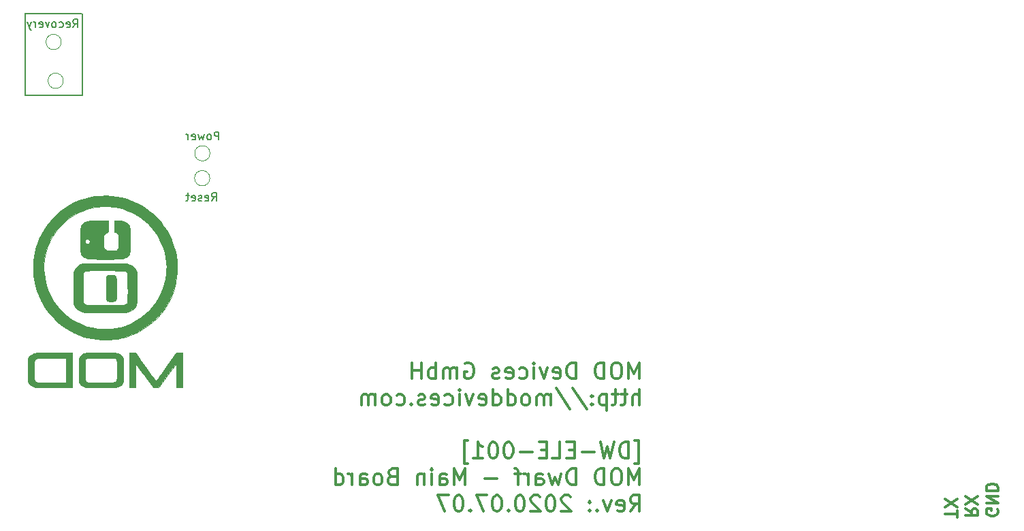
<source format=gbr>
G04 #@! TF.GenerationSoftware,KiCad,Pcbnew,5.1.5-52549c5~84~ubuntu18.04.1*
G04 #@! TF.CreationDate,2020-07-09T18:44:40+02:00*
G04 #@! TF.ProjectId,bottom-board,626f7474-6f6d-42d6-926f-6172642e6b69,rev?*
G04 #@! TF.SameCoordinates,Original*
G04 #@! TF.FileFunction,Legend,Bot*
G04 #@! TF.FilePolarity,Positive*
%FSLAX46Y46*%
G04 Gerber Fmt 4.6, Leading zero omitted, Abs format (unit mm)*
G04 Created by KiCad (PCBNEW 5.1.5-52549c5~84~ubuntu18.04.1) date 2020-07-09 18:44:40*
%MOMM*%
%LPD*%
G04 APERTURE LIST*
%ADD10C,0.150000*%
%ADD11C,0.300000*%
%ADD12C,0.200000*%
%ADD13C,0.100000*%
%ADD14C,0.120000*%
G04 APERTURE END LIST*
D10*
X80812800Y-68557600D02*
X80812800Y-78768400D01*
D11*
X157178809Y-114004761D02*
X157178809Y-112004761D01*
X156512142Y-113433333D01*
X155845476Y-112004761D01*
X155845476Y-114004761D01*
X154512142Y-112004761D02*
X154131190Y-112004761D01*
X153940714Y-112100000D01*
X153750238Y-112290476D01*
X153655000Y-112671428D01*
X153655000Y-113338095D01*
X153750238Y-113719047D01*
X153940714Y-113909523D01*
X154131190Y-114004761D01*
X154512142Y-114004761D01*
X154702619Y-113909523D01*
X154893095Y-113719047D01*
X154988333Y-113338095D01*
X154988333Y-112671428D01*
X154893095Y-112290476D01*
X154702619Y-112100000D01*
X154512142Y-112004761D01*
X152797857Y-114004761D02*
X152797857Y-112004761D01*
X152321666Y-112004761D01*
X152035952Y-112100000D01*
X151845476Y-112290476D01*
X151750238Y-112480952D01*
X151655000Y-112861904D01*
X151655000Y-113147619D01*
X151750238Y-113528571D01*
X151845476Y-113719047D01*
X152035952Y-113909523D01*
X152321666Y-114004761D01*
X152797857Y-114004761D01*
X149274047Y-114004761D02*
X149274047Y-112004761D01*
X148797857Y-112004761D01*
X148512142Y-112100000D01*
X148321666Y-112290476D01*
X148226428Y-112480952D01*
X148131190Y-112861904D01*
X148131190Y-113147619D01*
X148226428Y-113528571D01*
X148321666Y-113719047D01*
X148512142Y-113909523D01*
X148797857Y-114004761D01*
X149274047Y-114004761D01*
X146512142Y-113909523D02*
X146702619Y-114004761D01*
X147083571Y-114004761D01*
X147274047Y-113909523D01*
X147369285Y-113719047D01*
X147369285Y-112957142D01*
X147274047Y-112766666D01*
X147083571Y-112671428D01*
X146702619Y-112671428D01*
X146512142Y-112766666D01*
X146416904Y-112957142D01*
X146416904Y-113147619D01*
X147369285Y-113338095D01*
X145750238Y-112671428D02*
X145274047Y-114004761D01*
X144797857Y-112671428D01*
X144035952Y-114004761D02*
X144035952Y-112671428D01*
X144035952Y-112004761D02*
X144131190Y-112100000D01*
X144035952Y-112195238D01*
X143940714Y-112100000D01*
X144035952Y-112004761D01*
X144035952Y-112195238D01*
X142226428Y-113909523D02*
X142416904Y-114004761D01*
X142797857Y-114004761D01*
X142988333Y-113909523D01*
X143083571Y-113814285D01*
X143178809Y-113623809D01*
X143178809Y-113052380D01*
X143083571Y-112861904D01*
X142988333Y-112766666D01*
X142797857Y-112671428D01*
X142416904Y-112671428D01*
X142226428Y-112766666D01*
X140607380Y-113909523D02*
X140797857Y-114004761D01*
X141178809Y-114004761D01*
X141369285Y-113909523D01*
X141464523Y-113719047D01*
X141464523Y-112957142D01*
X141369285Y-112766666D01*
X141178809Y-112671428D01*
X140797857Y-112671428D01*
X140607380Y-112766666D01*
X140512142Y-112957142D01*
X140512142Y-113147619D01*
X141464523Y-113338095D01*
X139750238Y-113909523D02*
X139559761Y-114004761D01*
X139178809Y-114004761D01*
X138988333Y-113909523D01*
X138893095Y-113719047D01*
X138893095Y-113623809D01*
X138988333Y-113433333D01*
X139178809Y-113338095D01*
X139464523Y-113338095D01*
X139655000Y-113242857D01*
X139750238Y-113052380D01*
X139750238Y-112957142D01*
X139655000Y-112766666D01*
X139464523Y-112671428D01*
X139178809Y-112671428D01*
X138988333Y-112766666D01*
X135464523Y-112100000D02*
X135655000Y-112004761D01*
X135940714Y-112004761D01*
X136226428Y-112100000D01*
X136416904Y-112290476D01*
X136512142Y-112480952D01*
X136607380Y-112861904D01*
X136607380Y-113147619D01*
X136512142Y-113528571D01*
X136416904Y-113719047D01*
X136226428Y-113909523D01*
X135940714Y-114004761D01*
X135750238Y-114004761D01*
X135464523Y-113909523D01*
X135369285Y-113814285D01*
X135369285Y-113147619D01*
X135750238Y-113147619D01*
X134512142Y-114004761D02*
X134512142Y-112671428D01*
X134512142Y-112861904D02*
X134416904Y-112766666D01*
X134226428Y-112671428D01*
X133940714Y-112671428D01*
X133750238Y-112766666D01*
X133655000Y-112957142D01*
X133655000Y-114004761D01*
X133655000Y-112957142D02*
X133559761Y-112766666D01*
X133369285Y-112671428D01*
X133083571Y-112671428D01*
X132893095Y-112766666D01*
X132797857Y-112957142D01*
X132797857Y-114004761D01*
X131845476Y-114004761D02*
X131845476Y-112004761D01*
X131845476Y-112766666D02*
X131655000Y-112671428D01*
X131274047Y-112671428D01*
X131083571Y-112766666D01*
X130988333Y-112861904D01*
X130893095Y-113052380D01*
X130893095Y-113623809D01*
X130988333Y-113814285D01*
X131083571Y-113909523D01*
X131274047Y-114004761D01*
X131655000Y-114004761D01*
X131845476Y-113909523D01*
X130035952Y-114004761D02*
X130035952Y-112004761D01*
X130035952Y-112957142D02*
X128893095Y-112957142D01*
X128893095Y-114004761D02*
X128893095Y-112004761D01*
X157178809Y-117304761D02*
X157178809Y-115304761D01*
X156321666Y-117304761D02*
X156321666Y-116257142D01*
X156416904Y-116066666D01*
X156607380Y-115971428D01*
X156893095Y-115971428D01*
X157083571Y-116066666D01*
X157178809Y-116161904D01*
X155655000Y-115971428D02*
X154893095Y-115971428D01*
X155369285Y-115304761D02*
X155369285Y-117019047D01*
X155274047Y-117209523D01*
X155083571Y-117304761D01*
X154893095Y-117304761D01*
X154512142Y-115971428D02*
X153750238Y-115971428D01*
X154226428Y-115304761D02*
X154226428Y-117019047D01*
X154131190Y-117209523D01*
X153940714Y-117304761D01*
X153750238Y-117304761D01*
X153083571Y-115971428D02*
X153083571Y-117971428D01*
X153083571Y-116066666D02*
X152893095Y-115971428D01*
X152512142Y-115971428D01*
X152321666Y-116066666D01*
X152226428Y-116161904D01*
X152131190Y-116352380D01*
X152131190Y-116923809D01*
X152226428Y-117114285D01*
X152321666Y-117209523D01*
X152512142Y-117304761D01*
X152893095Y-117304761D01*
X153083571Y-117209523D01*
X151274047Y-117114285D02*
X151178809Y-117209523D01*
X151274047Y-117304761D01*
X151369285Y-117209523D01*
X151274047Y-117114285D01*
X151274047Y-117304761D01*
X151274047Y-116066666D02*
X151178809Y-116161904D01*
X151274047Y-116257142D01*
X151369285Y-116161904D01*
X151274047Y-116066666D01*
X151274047Y-116257142D01*
X148893095Y-115209523D02*
X150607380Y-117780952D01*
X146797857Y-115209523D02*
X148512142Y-117780952D01*
X146131190Y-117304761D02*
X146131190Y-115971428D01*
X146131190Y-116161904D02*
X146035952Y-116066666D01*
X145845476Y-115971428D01*
X145559761Y-115971428D01*
X145369285Y-116066666D01*
X145274047Y-116257142D01*
X145274047Y-117304761D01*
X145274047Y-116257142D02*
X145178809Y-116066666D01*
X144988333Y-115971428D01*
X144702619Y-115971428D01*
X144512142Y-116066666D01*
X144416904Y-116257142D01*
X144416904Y-117304761D01*
X143178809Y-117304761D02*
X143369285Y-117209523D01*
X143464523Y-117114285D01*
X143559761Y-116923809D01*
X143559761Y-116352380D01*
X143464523Y-116161904D01*
X143369285Y-116066666D01*
X143178809Y-115971428D01*
X142893095Y-115971428D01*
X142702619Y-116066666D01*
X142607380Y-116161904D01*
X142512142Y-116352380D01*
X142512142Y-116923809D01*
X142607380Y-117114285D01*
X142702619Y-117209523D01*
X142893095Y-117304761D01*
X143178809Y-117304761D01*
X140797857Y-117304761D02*
X140797857Y-115304761D01*
X140797857Y-117209523D02*
X140988333Y-117304761D01*
X141369285Y-117304761D01*
X141559761Y-117209523D01*
X141655000Y-117114285D01*
X141750238Y-116923809D01*
X141750238Y-116352380D01*
X141655000Y-116161904D01*
X141559761Y-116066666D01*
X141369285Y-115971428D01*
X140988333Y-115971428D01*
X140797857Y-116066666D01*
X138988333Y-117304761D02*
X138988333Y-115304761D01*
X138988333Y-117209523D02*
X139178809Y-117304761D01*
X139559761Y-117304761D01*
X139750238Y-117209523D01*
X139845476Y-117114285D01*
X139940714Y-116923809D01*
X139940714Y-116352380D01*
X139845476Y-116161904D01*
X139750238Y-116066666D01*
X139559761Y-115971428D01*
X139178809Y-115971428D01*
X138988333Y-116066666D01*
X137274047Y-117209523D02*
X137464523Y-117304761D01*
X137845476Y-117304761D01*
X138035952Y-117209523D01*
X138131190Y-117019047D01*
X138131190Y-116257142D01*
X138035952Y-116066666D01*
X137845476Y-115971428D01*
X137464523Y-115971428D01*
X137274047Y-116066666D01*
X137178809Y-116257142D01*
X137178809Y-116447619D01*
X138131190Y-116638095D01*
X136512142Y-115971428D02*
X136035952Y-117304761D01*
X135559761Y-115971428D01*
X134797857Y-117304761D02*
X134797857Y-115971428D01*
X134797857Y-115304761D02*
X134893095Y-115400000D01*
X134797857Y-115495238D01*
X134702619Y-115400000D01*
X134797857Y-115304761D01*
X134797857Y-115495238D01*
X132988333Y-117209523D02*
X133178809Y-117304761D01*
X133559761Y-117304761D01*
X133750238Y-117209523D01*
X133845476Y-117114285D01*
X133940714Y-116923809D01*
X133940714Y-116352380D01*
X133845476Y-116161904D01*
X133750238Y-116066666D01*
X133559761Y-115971428D01*
X133178809Y-115971428D01*
X132988333Y-116066666D01*
X131369285Y-117209523D02*
X131559761Y-117304761D01*
X131940714Y-117304761D01*
X132131190Y-117209523D01*
X132226428Y-117019047D01*
X132226428Y-116257142D01*
X132131190Y-116066666D01*
X131940714Y-115971428D01*
X131559761Y-115971428D01*
X131369285Y-116066666D01*
X131274047Y-116257142D01*
X131274047Y-116447619D01*
X132226428Y-116638095D01*
X130512142Y-117209523D02*
X130321666Y-117304761D01*
X129940714Y-117304761D01*
X129750238Y-117209523D01*
X129655000Y-117019047D01*
X129655000Y-116923809D01*
X129750238Y-116733333D01*
X129940714Y-116638095D01*
X130226428Y-116638095D01*
X130416904Y-116542857D01*
X130512142Y-116352380D01*
X130512142Y-116257142D01*
X130416904Y-116066666D01*
X130226428Y-115971428D01*
X129940714Y-115971428D01*
X129750238Y-116066666D01*
X128797857Y-117114285D02*
X128702619Y-117209523D01*
X128797857Y-117304761D01*
X128893095Y-117209523D01*
X128797857Y-117114285D01*
X128797857Y-117304761D01*
X126988333Y-117209523D02*
X127178809Y-117304761D01*
X127559761Y-117304761D01*
X127750238Y-117209523D01*
X127845476Y-117114285D01*
X127940714Y-116923809D01*
X127940714Y-116352380D01*
X127845476Y-116161904D01*
X127750238Y-116066666D01*
X127559761Y-115971428D01*
X127178809Y-115971428D01*
X126988333Y-116066666D01*
X125845476Y-117304761D02*
X126035952Y-117209523D01*
X126131190Y-117114285D01*
X126226428Y-116923809D01*
X126226428Y-116352380D01*
X126131190Y-116161904D01*
X126035952Y-116066666D01*
X125845476Y-115971428D01*
X125559761Y-115971428D01*
X125369285Y-116066666D01*
X125274047Y-116161904D01*
X125178809Y-116352380D01*
X125178809Y-116923809D01*
X125274047Y-117114285D01*
X125369285Y-117209523D01*
X125559761Y-117304761D01*
X125845476Y-117304761D01*
X124321666Y-117304761D02*
X124321666Y-115971428D01*
X124321666Y-116161904D02*
X124226428Y-116066666D01*
X124035952Y-115971428D01*
X123750238Y-115971428D01*
X123559761Y-116066666D01*
X123464523Y-116257142D01*
X123464523Y-117304761D01*
X123464523Y-116257142D02*
X123369285Y-116066666D01*
X123178809Y-115971428D01*
X122893095Y-115971428D01*
X122702619Y-116066666D01*
X122607380Y-116257142D01*
X122607380Y-117304761D01*
X156607380Y-124571428D02*
X157083571Y-124571428D01*
X157083571Y-121714285D01*
X156607380Y-121714285D01*
X155845476Y-123904761D02*
X155845476Y-121904761D01*
X155369285Y-121904761D01*
X155083571Y-122000000D01*
X154893095Y-122190476D01*
X154797857Y-122380952D01*
X154702619Y-122761904D01*
X154702619Y-123047619D01*
X154797857Y-123428571D01*
X154893095Y-123619047D01*
X155083571Y-123809523D01*
X155369285Y-123904761D01*
X155845476Y-123904761D01*
X154035952Y-121904761D02*
X153559761Y-123904761D01*
X153178809Y-122476190D01*
X152797857Y-123904761D01*
X152321666Y-121904761D01*
X151559761Y-123142857D02*
X150035952Y-123142857D01*
X149083571Y-122857142D02*
X148416904Y-122857142D01*
X148131190Y-123904761D02*
X149083571Y-123904761D01*
X149083571Y-121904761D01*
X148131190Y-121904761D01*
X146321666Y-123904761D02*
X147274047Y-123904761D01*
X147274047Y-121904761D01*
X145655000Y-122857142D02*
X144988333Y-122857142D01*
X144702619Y-123904761D02*
X145655000Y-123904761D01*
X145655000Y-121904761D01*
X144702619Y-121904761D01*
X143845476Y-123142857D02*
X142321666Y-123142857D01*
X140988333Y-121904761D02*
X140797857Y-121904761D01*
X140607380Y-122000000D01*
X140512142Y-122095238D01*
X140416904Y-122285714D01*
X140321666Y-122666666D01*
X140321666Y-123142857D01*
X140416904Y-123523809D01*
X140512142Y-123714285D01*
X140607380Y-123809523D01*
X140797857Y-123904761D01*
X140988333Y-123904761D01*
X141178809Y-123809523D01*
X141274047Y-123714285D01*
X141369285Y-123523809D01*
X141464523Y-123142857D01*
X141464523Y-122666666D01*
X141369285Y-122285714D01*
X141274047Y-122095238D01*
X141178809Y-122000000D01*
X140988333Y-121904761D01*
X139083571Y-121904761D02*
X138893095Y-121904761D01*
X138702619Y-122000000D01*
X138607380Y-122095238D01*
X138512142Y-122285714D01*
X138416904Y-122666666D01*
X138416904Y-123142857D01*
X138512142Y-123523809D01*
X138607380Y-123714285D01*
X138702619Y-123809523D01*
X138893095Y-123904761D01*
X139083571Y-123904761D01*
X139274047Y-123809523D01*
X139369285Y-123714285D01*
X139464523Y-123523809D01*
X139559761Y-123142857D01*
X139559761Y-122666666D01*
X139464523Y-122285714D01*
X139369285Y-122095238D01*
X139274047Y-122000000D01*
X139083571Y-121904761D01*
X136512142Y-123904761D02*
X137655000Y-123904761D01*
X137083571Y-123904761D02*
X137083571Y-121904761D01*
X137274047Y-122190476D01*
X137464523Y-122380952D01*
X137655000Y-122476190D01*
X135845476Y-124571428D02*
X135369285Y-124571428D01*
X135369285Y-121714285D01*
X135845476Y-121714285D01*
X157178809Y-127204761D02*
X157178809Y-125204761D01*
X156512142Y-126633333D01*
X155845476Y-125204761D01*
X155845476Y-127204761D01*
X154512142Y-125204761D02*
X154131190Y-125204761D01*
X153940714Y-125300000D01*
X153750238Y-125490476D01*
X153655000Y-125871428D01*
X153655000Y-126538095D01*
X153750238Y-126919047D01*
X153940714Y-127109523D01*
X154131190Y-127204761D01*
X154512142Y-127204761D01*
X154702619Y-127109523D01*
X154893095Y-126919047D01*
X154988333Y-126538095D01*
X154988333Y-125871428D01*
X154893095Y-125490476D01*
X154702619Y-125300000D01*
X154512142Y-125204761D01*
X152797857Y-127204761D02*
X152797857Y-125204761D01*
X152321666Y-125204761D01*
X152035952Y-125300000D01*
X151845476Y-125490476D01*
X151750238Y-125680952D01*
X151655000Y-126061904D01*
X151655000Y-126347619D01*
X151750238Y-126728571D01*
X151845476Y-126919047D01*
X152035952Y-127109523D01*
X152321666Y-127204761D01*
X152797857Y-127204761D01*
X149274047Y-127204761D02*
X149274047Y-125204761D01*
X148797857Y-125204761D01*
X148512142Y-125300000D01*
X148321666Y-125490476D01*
X148226428Y-125680952D01*
X148131190Y-126061904D01*
X148131190Y-126347619D01*
X148226428Y-126728571D01*
X148321666Y-126919047D01*
X148512142Y-127109523D01*
X148797857Y-127204761D01*
X149274047Y-127204761D01*
X147464523Y-125871428D02*
X147083571Y-127204761D01*
X146702619Y-126252380D01*
X146321666Y-127204761D01*
X145940714Y-125871428D01*
X144321666Y-127204761D02*
X144321666Y-126157142D01*
X144416904Y-125966666D01*
X144607380Y-125871428D01*
X144988333Y-125871428D01*
X145178809Y-125966666D01*
X144321666Y-127109523D02*
X144512142Y-127204761D01*
X144988333Y-127204761D01*
X145178809Y-127109523D01*
X145274047Y-126919047D01*
X145274047Y-126728571D01*
X145178809Y-126538095D01*
X144988333Y-126442857D01*
X144512142Y-126442857D01*
X144321666Y-126347619D01*
X143369285Y-127204761D02*
X143369285Y-125871428D01*
X143369285Y-126252380D02*
X143274047Y-126061904D01*
X143178809Y-125966666D01*
X142988333Y-125871428D01*
X142797857Y-125871428D01*
X142416904Y-125871428D02*
X141655000Y-125871428D01*
X142131190Y-127204761D02*
X142131190Y-125490476D01*
X142035952Y-125300000D01*
X141845476Y-125204761D01*
X141655000Y-125204761D01*
X139464523Y-126442857D02*
X137940714Y-126442857D01*
X135464523Y-127204761D02*
X135464523Y-125204761D01*
X134797857Y-126633333D01*
X134131190Y-125204761D01*
X134131190Y-127204761D01*
X132321666Y-127204761D02*
X132321666Y-126157142D01*
X132416904Y-125966666D01*
X132607380Y-125871428D01*
X132988333Y-125871428D01*
X133178809Y-125966666D01*
X132321666Y-127109523D02*
X132512142Y-127204761D01*
X132988333Y-127204761D01*
X133178809Y-127109523D01*
X133274047Y-126919047D01*
X133274047Y-126728571D01*
X133178809Y-126538095D01*
X132988333Y-126442857D01*
X132512142Y-126442857D01*
X132321666Y-126347619D01*
X131369285Y-127204761D02*
X131369285Y-125871428D01*
X131369285Y-125204761D02*
X131464523Y-125300000D01*
X131369285Y-125395238D01*
X131274047Y-125300000D01*
X131369285Y-125204761D01*
X131369285Y-125395238D01*
X130416904Y-125871428D02*
X130416904Y-127204761D01*
X130416904Y-126061904D02*
X130321666Y-125966666D01*
X130131190Y-125871428D01*
X129845476Y-125871428D01*
X129655000Y-125966666D01*
X129559761Y-126157142D01*
X129559761Y-127204761D01*
X126416904Y-126157142D02*
X126131190Y-126252380D01*
X126035952Y-126347619D01*
X125940714Y-126538095D01*
X125940714Y-126823809D01*
X126035952Y-127014285D01*
X126131190Y-127109523D01*
X126321666Y-127204761D01*
X127083571Y-127204761D01*
X127083571Y-125204761D01*
X126416904Y-125204761D01*
X126226428Y-125300000D01*
X126131190Y-125395238D01*
X126035952Y-125585714D01*
X126035952Y-125776190D01*
X126131190Y-125966666D01*
X126226428Y-126061904D01*
X126416904Y-126157142D01*
X127083571Y-126157142D01*
X124797857Y-127204761D02*
X124988333Y-127109523D01*
X125083571Y-127014285D01*
X125178809Y-126823809D01*
X125178809Y-126252380D01*
X125083571Y-126061904D01*
X124988333Y-125966666D01*
X124797857Y-125871428D01*
X124512142Y-125871428D01*
X124321666Y-125966666D01*
X124226428Y-126061904D01*
X124131190Y-126252380D01*
X124131190Y-126823809D01*
X124226428Y-127014285D01*
X124321666Y-127109523D01*
X124512142Y-127204761D01*
X124797857Y-127204761D01*
X122416904Y-127204761D02*
X122416904Y-126157142D01*
X122512142Y-125966666D01*
X122702619Y-125871428D01*
X123083571Y-125871428D01*
X123274047Y-125966666D01*
X122416904Y-127109523D02*
X122607380Y-127204761D01*
X123083571Y-127204761D01*
X123274047Y-127109523D01*
X123369285Y-126919047D01*
X123369285Y-126728571D01*
X123274047Y-126538095D01*
X123083571Y-126442857D01*
X122607380Y-126442857D01*
X122416904Y-126347619D01*
X121464523Y-127204761D02*
X121464523Y-125871428D01*
X121464523Y-126252380D02*
X121369285Y-126061904D01*
X121274047Y-125966666D01*
X121083571Y-125871428D01*
X120893095Y-125871428D01*
X119369285Y-127204761D02*
X119369285Y-125204761D01*
X119369285Y-127109523D02*
X119559761Y-127204761D01*
X119940714Y-127204761D01*
X120131190Y-127109523D01*
X120226428Y-127014285D01*
X120321666Y-126823809D01*
X120321666Y-126252380D01*
X120226428Y-126061904D01*
X120131190Y-125966666D01*
X119940714Y-125871428D01*
X119559761Y-125871428D01*
X119369285Y-125966666D01*
X156035952Y-130504761D02*
X156702619Y-129552380D01*
X157178809Y-130504761D02*
X157178809Y-128504761D01*
X156416904Y-128504761D01*
X156226428Y-128600000D01*
X156131190Y-128695238D01*
X156035952Y-128885714D01*
X156035952Y-129171428D01*
X156131190Y-129361904D01*
X156226428Y-129457142D01*
X156416904Y-129552380D01*
X157178809Y-129552380D01*
X154416904Y-130409523D02*
X154607380Y-130504761D01*
X154988333Y-130504761D01*
X155178809Y-130409523D01*
X155274047Y-130219047D01*
X155274047Y-129457142D01*
X155178809Y-129266666D01*
X154988333Y-129171428D01*
X154607380Y-129171428D01*
X154416904Y-129266666D01*
X154321666Y-129457142D01*
X154321666Y-129647619D01*
X155274047Y-129838095D01*
X153655000Y-129171428D02*
X153178809Y-130504761D01*
X152702619Y-129171428D01*
X151940714Y-130314285D02*
X151845476Y-130409523D01*
X151940714Y-130504761D01*
X152035952Y-130409523D01*
X151940714Y-130314285D01*
X151940714Y-130504761D01*
X150988333Y-130314285D02*
X150893095Y-130409523D01*
X150988333Y-130504761D01*
X151083571Y-130409523D01*
X150988333Y-130314285D01*
X150988333Y-130504761D01*
X150988333Y-129266666D02*
X150893095Y-129361904D01*
X150988333Y-129457142D01*
X151083571Y-129361904D01*
X150988333Y-129266666D01*
X150988333Y-129457142D01*
X148607380Y-128695238D02*
X148512142Y-128600000D01*
X148321666Y-128504761D01*
X147845476Y-128504761D01*
X147655000Y-128600000D01*
X147559761Y-128695238D01*
X147464523Y-128885714D01*
X147464523Y-129076190D01*
X147559761Y-129361904D01*
X148702619Y-130504761D01*
X147464523Y-130504761D01*
X146226428Y-128504761D02*
X146035952Y-128504761D01*
X145845476Y-128600000D01*
X145750238Y-128695238D01*
X145655000Y-128885714D01*
X145559761Y-129266666D01*
X145559761Y-129742857D01*
X145655000Y-130123809D01*
X145750238Y-130314285D01*
X145845476Y-130409523D01*
X146035952Y-130504761D01*
X146226428Y-130504761D01*
X146416904Y-130409523D01*
X146512142Y-130314285D01*
X146607380Y-130123809D01*
X146702619Y-129742857D01*
X146702619Y-129266666D01*
X146607380Y-128885714D01*
X146512142Y-128695238D01*
X146416904Y-128600000D01*
X146226428Y-128504761D01*
X144797857Y-128695238D02*
X144702619Y-128600000D01*
X144512142Y-128504761D01*
X144035952Y-128504761D01*
X143845476Y-128600000D01*
X143750238Y-128695238D01*
X143655000Y-128885714D01*
X143655000Y-129076190D01*
X143750238Y-129361904D01*
X144893095Y-130504761D01*
X143655000Y-130504761D01*
X142416904Y-128504761D02*
X142226428Y-128504761D01*
X142035952Y-128600000D01*
X141940714Y-128695238D01*
X141845476Y-128885714D01*
X141750238Y-129266666D01*
X141750238Y-129742857D01*
X141845476Y-130123809D01*
X141940714Y-130314285D01*
X142035952Y-130409523D01*
X142226428Y-130504761D01*
X142416904Y-130504761D01*
X142607380Y-130409523D01*
X142702619Y-130314285D01*
X142797857Y-130123809D01*
X142893095Y-129742857D01*
X142893095Y-129266666D01*
X142797857Y-128885714D01*
X142702619Y-128695238D01*
X142607380Y-128600000D01*
X142416904Y-128504761D01*
X140893095Y-130314285D02*
X140797857Y-130409523D01*
X140893095Y-130504761D01*
X140988333Y-130409523D01*
X140893095Y-130314285D01*
X140893095Y-130504761D01*
X139559761Y-128504761D02*
X139369285Y-128504761D01*
X139178809Y-128600000D01*
X139083571Y-128695238D01*
X138988333Y-128885714D01*
X138893095Y-129266666D01*
X138893095Y-129742857D01*
X138988333Y-130123809D01*
X139083571Y-130314285D01*
X139178809Y-130409523D01*
X139369285Y-130504761D01*
X139559761Y-130504761D01*
X139750238Y-130409523D01*
X139845476Y-130314285D01*
X139940714Y-130123809D01*
X140035952Y-129742857D01*
X140035952Y-129266666D01*
X139940714Y-128885714D01*
X139845476Y-128695238D01*
X139750238Y-128600000D01*
X139559761Y-128504761D01*
X138226428Y-128504761D02*
X136893095Y-128504761D01*
X137750238Y-130504761D01*
X136131190Y-130314285D02*
X136035952Y-130409523D01*
X136131190Y-130504761D01*
X136226428Y-130409523D01*
X136131190Y-130314285D01*
X136131190Y-130504761D01*
X134797857Y-128504761D02*
X134607380Y-128504761D01*
X134416904Y-128600000D01*
X134321666Y-128695238D01*
X134226428Y-128885714D01*
X134131190Y-129266666D01*
X134131190Y-129742857D01*
X134226428Y-130123809D01*
X134321666Y-130314285D01*
X134416904Y-130409523D01*
X134607380Y-130504761D01*
X134797857Y-130504761D01*
X134988333Y-130409523D01*
X135083571Y-130314285D01*
X135178809Y-130123809D01*
X135274047Y-129742857D01*
X135274047Y-129266666D01*
X135178809Y-128885714D01*
X135083571Y-128695238D01*
X134988333Y-128600000D01*
X134797857Y-128504761D01*
X133464523Y-128504761D02*
X132131190Y-128504761D01*
X132988333Y-130504761D01*
D12*
X86740076Y-70327980D02*
X87073409Y-69851790D01*
X87311504Y-70327980D02*
X87311504Y-69327980D01*
X86930552Y-69327980D01*
X86835314Y-69375600D01*
X86787695Y-69423219D01*
X86740076Y-69518457D01*
X86740076Y-69661314D01*
X86787695Y-69756552D01*
X86835314Y-69804171D01*
X86930552Y-69851790D01*
X87311504Y-69851790D01*
X85930552Y-70280361D02*
X86025790Y-70327980D01*
X86216266Y-70327980D01*
X86311504Y-70280361D01*
X86359123Y-70185123D01*
X86359123Y-69804171D01*
X86311504Y-69708933D01*
X86216266Y-69661314D01*
X86025790Y-69661314D01*
X85930552Y-69708933D01*
X85882933Y-69804171D01*
X85882933Y-69899409D01*
X86359123Y-69994647D01*
X85025790Y-70280361D02*
X85121028Y-70327980D01*
X85311504Y-70327980D01*
X85406742Y-70280361D01*
X85454361Y-70232742D01*
X85501980Y-70137504D01*
X85501980Y-69851790D01*
X85454361Y-69756552D01*
X85406742Y-69708933D01*
X85311504Y-69661314D01*
X85121028Y-69661314D01*
X85025790Y-69708933D01*
X84454361Y-70327980D02*
X84549600Y-70280361D01*
X84597219Y-70232742D01*
X84644838Y-70137504D01*
X84644838Y-69851790D01*
X84597219Y-69756552D01*
X84549600Y-69708933D01*
X84454361Y-69661314D01*
X84311504Y-69661314D01*
X84216266Y-69708933D01*
X84168647Y-69756552D01*
X84121028Y-69851790D01*
X84121028Y-70137504D01*
X84168647Y-70232742D01*
X84216266Y-70280361D01*
X84311504Y-70327980D01*
X84454361Y-70327980D01*
X83787695Y-69661314D02*
X83549600Y-70327980D01*
X83311504Y-69661314D01*
X82549600Y-70280361D02*
X82644838Y-70327980D01*
X82835314Y-70327980D01*
X82930552Y-70280361D01*
X82978171Y-70185123D01*
X82978171Y-69804171D01*
X82930552Y-69708933D01*
X82835314Y-69661314D01*
X82644838Y-69661314D01*
X82549600Y-69708933D01*
X82501980Y-69804171D01*
X82501980Y-69899409D01*
X82978171Y-69994647D01*
X82073409Y-70327980D02*
X82073409Y-69661314D01*
X82073409Y-69851790D02*
X82025790Y-69756552D01*
X81978171Y-69708933D01*
X81882933Y-69661314D01*
X81787695Y-69661314D01*
X81549600Y-69661314D02*
X81311504Y-70327980D01*
X81073409Y-69661314D02*
X81311504Y-70327980D01*
X81406742Y-70566076D01*
X81454361Y-70613695D01*
X81549600Y-70661314D01*
D11*
X201740000Y-130232142D02*
X201811428Y-130375000D01*
X201811428Y-130589285D01*
X201740000Y-130803571D01*
X201597142Y-130946428D01*
X201454285Y-131017857D01*
X201168571Y-131089285D01*
X200954285Y-131089285D01*
X200668571Y-131017857D01*
X200525714Y-130946428D01*
X200382857Y-130803571D01*
X200311428Y-130589285D01*
X200311428Y-130446428D01*
X200382857Y-130232142D01*
X200454285Y-130160714D01*
X200954285Y-130160714D01*
X200954285Y-130446428D01*
X200311428Y-129517857D02*
X201811428Y-129517857D01*
X200311428Y-128660714D01*
X201811428Y-128660714D01*
X200311428Y-127946428D02*
X201811428Y-127946428D01*
X201811428Y-127589285D01*
X201740000Y-127375000D01*
X201597142Y-127232142D01*
X201454285Y-127160714D01*
X201168571Y-127089285D01*
X200954285Y-127089285D01*
X200668571Y-127160714D01*
X200525714Y-127232142D01*
X200382857Y-127375000D01*
X200311428Y-127589285D01*
X200311428Y-127946428D01*
X197761428Y-130160714D02*
X198475714Y-130660714D01*
X197761428Y-131017857D02*
X199261428Y-131017857D01*
X199261428Y-130446428D01*
X199190000Y-130303571D01*
X199118571Y-130232142D01*
X198975714Y-130160714D01*
X198761428Y-130160714D01*
X198618571Y-130232142D01*
X198547142Y-130303571D01*
X198475714Y-130446428D01*
X198475714Y-131017857D01*
X199261428Y-129660714D02*
X197761428Y-128660714D01*
X199261428Y-128660714D02*
X197761428Y-129660714D01*
X196711428Y-131232142D02*
X196711428Y-130375000D01*
X195211428Y-130803571D02*
X196711428Y-130803571D01*
X196711428Y-130017857D02*
X195211428Y-129017857D01*
X196711428Y-129017857D02*
X195211428Y-130017857D01*
D10*
X87882800Y-78808400D02*
X87527200Y-78808400D01*
X87882800Y-68597600D02*
X87882800Y-78808400D01*
X80821600Y-78808400D02*
X87578000Y-78808400D01*
X87833200Y-68572000D02*
X80772000Y-68572000D01*
D13*
G36*
X90851579Y-102525876D02*
G01*
X90851600Y-102743199D01*
X90851581Y-103054394D01*
X90851856Y-103318894D01*
X90852921Y-103540804D01*
X90855276Y-103724231D01*
X90859417Y-103873279D01*
X90865841Y-103992052D01*
X90875047Y-104084658D01*
X90887533Y-104155199D01*
X90903795Y-104207783D01*
X90924331Y-104246513D01*
X90949639Y-104275495D01*
X90980217Y-104298834D01*
X91016562Y-104320636D01*
X91044745Y-104336632D01*
X91090945Y-104360314D01*
X91139201Y-104376335D01*
X91200468Y-104386128D01*
X91285702Y-104391127D01*
X91405858Y-104392764D01*
X91473900Y-104392787D01*
X91652816Y-104389214D01*
X91785075Y-104379294D01*
X91868987Y-104363169D01*
X91881560Y-104358472D01*
X91972923Y-104297859D01*
X92051443Y-104209222D01*
X92101675Y-104111307D01*
X92109035Y-104082302D01*
X92111761Y-104041560D01*
X92114042Y-103955122D01*
X92115849Y-103828092D01*
X92117157Y-103665571D01*
X92117938Y-103472663D01*
X92118166Y-103254470D01*
X92117815Y-103016094D01*
X92116857Y-102762639D01*
X92116396Y-102675191D01*
X92114684Y-102381776D01*
X92113025Y-102134881D01*
X92111235Y-101930226D01*
X92109130Y-101763532D01*
X92106526Y-101630519D01*
X92103241Y-101526906D01*
X92099090Y-101448416D01*
X92093890Y-101390767D01*
X92087457Y-101349680D01*
X92079608Y-101320876D01*
X92070159Y-101300075D01*
X92058927Y-101282997D01*
X92056531Y-101279760D01*
X92004706Y-101214964D01*
X91954708Y-101168320D01*
X91896865Y-101136647D01*
X91821508Y-101116764D01*
X91718964Y-101105488D01*
X91579563Y-101099640D01*
X91503889Y-101097962D01*
X91359661Y-101095746D01*
X91256043Y-101096316D01*
X91182874Y-101100796D01*
X91129992Y-101110311D01*
X91087234Y-101125984D01*
X91044745Y-101148762D01*
X91004194Y-101172263D01*
X90969752Y-101194428D01*
X90940919Y-101219369D01*
X90917198Y-101251197D01*
X90898091Y-101294023D01*
X90883100Y-101351958D01*
X90871727Y-101429113D01*
X90863474Y-101529598D01*
X90857843Y-101657526D01*
X90854336Y-101817006D01*
X90852455Y-102012151D01*
X90851702Y-102247071D01*
X90851579Y-102525876D01*
G37*
X90851579Y-102525876D02*
X90851600Y-102743199D01*
X90851581Y-103054394D01*
X90851856Y-103318894D01*
X90852921Y-103540804D01*
X90855276Y-103724231D01*
X90859417Y-103873279D01*
X90865841Y-103992052D01*
X90875047Y-104084658D01*
X90887533Y-104155199D01*
X90903795Y-104207783D01*
X90924331Y-104246513D01*
X90949639Y-104275495D01*
X90980217Y-104298834D01*
X91016562Y-104320636D01*
X91044745Y-104336632D01*
X91090945Y-104360314D01*
X91139201Y-104376335D01*
X91200468Y-104386128D01*
X91285702Y-104391127D01*
X91405858Y-104392764D01*
X91473900Y-104392787D01*
X91652816Y-104389214D01*
X91785075Y-104379294D01*
X91868987Y-104363169D01*
X91881560Y-104358472D01*
X91972923Y-104297859D01*
X92051443Y-104209222D01*
X92101675Y-104111307D01*
X92109035Y-104082302D01*
X92111761Y-104041560D01*
X92114042Y-103955122D01*
X92115849Y-103828092D01*
X92117157Y-103665571D01*
X92117938Y-103472663D01*
X92118166Y-103254470D01*
X92117815Y-103016094D01*
X92116857Y-102762639D01*
X92116396Y-102675191D01*
X92114684Y-102381776D01*
X92113025Y-102134881D01*
X92111235Y-101930226D01*
X92109130Y-101763532D01*
X92106526Y-101630519D01*
X92103241Y-101526906D01*
X92099090Y-101448416D01*
X92093890Y-101390767D01*
X92087457Y-101349680D01*
X92079608Y-101320876D01*
X92070159Y-101300075D01*
X92058927Y-101282997D01*
X92056531Y-101279760D01*
X92004706Y-101214964D01*
X91954708Y-101168320D01*
X91896865Y-101136647D01*
X91821508Y-101116764D01*
X91718964Y-101105488D01*
X91579563Y-101099640D01*
X91503889Y-101097962D01*
X91359661Y-101095746D01*
X91256043Y-101096316D01*
X91182874Y-101100796D01*
X91129992Y-101110311D01*
X91087234Y-101125984D01*
X91044745Y-101148762D01*
X91004194Y-101172263D01*
X90969752Y-101194428D01*
X90940919Y-101219369D01*
X90917198Y-101251197D01*
X90898091Y-101294023D01*
X90883100Y-101351958D01*
X90871727Y-101429113D01*
X90863474Y-101529598D01*
X90857843Y-101657526D01*
X90854336Y-101817006D01*
X90852455Y-102012151D01*
X90851702Y-102247071D01*
X90851579Y-102525876D01*
G36*
X87655012Y-96388688D02*
G01*
X87656294Y-96743499D01*
X87656891Y-96850400D01*
X87658794Y-97167482D01*
X87660733Y-97438143D01*
X87663164Y-97666760D01*
X87666541Y-97857711D01*
X87671320Y-98015371D01*
X87677955Y-98144119D01*
X87686904Y-98248331D01*
X87698619Y-98332384D01*
X87713558Y-98400657D01*
X87732175Y-98457525D01*
X87754926Y-98507365D01*
X87782265Y-98554556D01*
X87814648Y-98603474D01*
X87843609Y-98645510D01*
X87976428Y-98794617D01*
X88151798Y-98920013D01*
X88235495Y-98958973D01*
X88235495Y-96922761D01*
X88254146Y-96844729D01*
X88300663Y-96760148D01*
X88361220Y-96691485D01*
X88390268Y-96671279D01*
X88477001Y-96646792D01*
X88581491Y-96646509D01*
X88677496Y-96669245D01*
X88709494Y-96685712D01*
X88784604Y-96763074D01*
X88826284Y-96865967D01*
X88828496Y-96977137D01*
X88821626Y-97006057D01*
X88766576Y-97114009D01*
X88682215Y-97188887D01*
X88579162Y-97226257D01*
X88468033Y-97221684D01*
X88385780Y-97188066D01*
X88311641Y-97119734D01*
X88257164Y-97024244D01*
X88235503Y-96924819D01*
X88235495Y-96922761D01*
X88235495Y-98958973D01*
X88366460Y-99019937D01*
X88617154Y-99092630D01*
X88703615Y-99109705D01*
X88762440Y-99115320D01*
X88870837Y-99120245D01*
X89027585Y-99124463D01*
X89231462Y-99127961D01*
X89481244Y-99130725D01*
X89775710Y-99132738D01*
X90113637Y-99133988D01*
X90493802Y-99134458D01*
X90773715Y-99134329D01*
X91146629Y-99133773D01*
X91472173Y-99132923D01*
X91753779Y-99131714D01*
X91994878Y-99130084D01*
X92198899Y-99127969D01*
X92369273Y-99125305D01*
X92509432Y-99122029D01*
X92622804Y-99118077D01*
X92712822Y-99113387D01*
X92782915Y-99107895D01*
X92836515Y-99101537D01*
X92870900Y-99095564D01*
X93104025Y-99028272D01*
X93312833Y-98929651D01*
X93491028Y-98804027D01*
X93632311Y-98655724D01*
X93719789Y-98512705D01*
X93741325Y-98464854D01*
X93759706Y-98417147D01*
X93775158Y-98365361D01*
X93787906Y-98305274D01*
X93798176Y-98232664D01*
X93806192Y-98143308D01*
X93812180Y-98032983D01*
X93816366Y-97897469D01*
X93818975Y-97732542D01*
X93820231Y-97533979D01*
X93820360Y-97297560D01*
X93819588Y-97019060D01*
X93818140Y-96694258D01*
X93818028Y-96671507D01*
X93816461Y-96359776D01*
X93814968Y-96094636D01*
X93813382Y-95871878D01*
X93811531Y-95687292D01*
X93809249Y-95536671D01*
X93806365Y-95415805D01*
X93802711Y-95320486D01*
X93798119Y-95246505D01*
X93792419Y-95189652D01*
X93785442Y-95145720D01*
X93777020Y-95110500D01*
X93766984Y-95079782D01*
X93755164Y-95049357D01*
X93752703Y-95043263D01*
X93650623Y-94857515D01*
X93506148Y-94697923D01*
X93321509Y-94566366D01*
X93098934Y-94464725D01*
X93044685Y-94446434D01*
X92906643Y-94412042D01*
X92729668Y-94382559D01*
X92525498Y-94359286D01*
X92305872Y-94343523D01*
X92082528Y-94336571D01*
X92051750Y-94336376D01*
X91867600Y-94335800D01*
X91867600Y-95059700D01*
X91868083Y-95280270D01*
X91869659Y-95454450D01*
X91872521Y-95586643D01*
X91876863Y-95681252D01*
X91882877Y-95742678D01*
X91890757Y-95775324D01*
X91899350Y-95783741D01*
X92016986Y-95806368D01*
X92139187Y-95866829D01*
X92252456Y-95955479D01*
X92343293Y-96062672D01*
X92379013Y-96126500D01*
X92392800Y-96161299D01*
X92403578Y-96202248D01*
X92411707Y-96255700D01*
X92417549Y-96328008D01*
X92421466Y-96425526D01*
X92423820Y-96554608D01*
X92424972Y-96721607D01*
X92425285Y-96932878D01*
X92425285Y-96939300D01*
X92424990Y-97151863D01*
X92423866Y-97319982D01*
X92421549Y-97450010D01*
X92417680Y-97548303D01*
X92411894Y-97621212D01*
X92403832Y-97675092D01*
X92393132Y-97716297D01*
X92379430Y-97751180D01*
X92379013Y-97752100D01*
X92312969Y-97856175D01*
X92218926Y-97953848D01*
X92113075Y-98030550D01*
X92028148Y-98067768D01*
X91963241Y-98078002D01*
X91858708Y-98085720D01*
X91725663Y-98090920D01*
X91575218Y-98093603D01*
X91418486Y-98093769D01*
X91266579Y-98091417D01*
X91130610Y-98086548D01*
X91021690Y-98079162D01*
X90950934Y-98069258D01*
X90945053Y-98067768D01*
X90841671Y-98019413D01*
X90736705Y-97938040D01*
X90646348Y-97838217D01*
X90594188Y-97752100D01*
X90580401Y-97717300D01*
X90569623Y-97676351D01*
X90561494Y-97622899D01*
X90555652Y-97550591D01*
X90551735Y-97453073D01*
X90549381Y-97323991D01*
X90548229Y-97156992D01*
X90547916Y-96945721D01*
X90547916Y-96939300D01*
X90548211Y-96726736D01*
X90549335Y-96558617D01*
X90551652Y-96428589D01*
X90555521Y-96330296D01*
X90561307Y-96257387D01*
X90569369Y-96203507D01*
X90580069Y-96162302D01*
X90593771Y-96127419D01*
X90594188Y-96126500D01*
X90666790Y-96013186D01*
X90769301Y-95913072D01*
X90888221Y-95835804D01*
X91010053Y-95791027D01*
X91073850Y-95783741D01*
X91083505Y-95772710D01*
X91091134Y-95736781D01*
X91096928Y-95671561D01*
X91101079Y-95572655D01*
X91103779Y-95435668D01*
X91105221Y-95256207D01*
X91105600Y-95056574D01*
X91105600Y-94329549D01*
X89943550Y-94343066D01*
X89644629Y-94346785D01*
X89391364Y-94350783D01*
X89178614Y-94355608D01*
X89001238Y-94361808D01*
X88854092Y-94369933D01*
X88732035Y-94380530D01*
X88629925Y-94394148D01*
X88542619Y-94411334D01*
X88464975Y-94432639D01*
X88391852Y-94458610D01*
X88318107Y-94489795D01*
X88243591Y-94524369D01*
X88046194Y-94641595D01*
X87890772Y-94786802D01*
X87775647Y-94962214D01*
X87699143Y-95170053D01*
X87676723Y-95275600D01*
X87669553Y-95344285D01*
X87663818Y-95458609D01*
X87659506Y-95619392D01*
X87656608Y-95827454D01*
X87655114Y-96083613D01*
X87655012Y-96388688D01*
G37*
X87655012Y-96388688D02*
X87656294Y-96743499D01*
X87656891Y-96850400D01*
X87658794Y-97167482D01*
X87660733Y-97438143D01*
X87663164Y-97666760D01*
X87666541Y-97857711D01*
X87671320Y-98015371D01*
X87677955Y-98144119D01*
X87686904Y-98248331D01*
X87698619Y-98332384D01*
X87713558Y-98400657D01*
X87732175Y-98457525D01*
X87754926Y-98507365D01*
X87782265Y-98554556D01*
X87814648Y-98603474D01*
X87843609Y-98645510D01*
X87976428Y-98794617D01*
X88151798Y-98920013D01*
X88235495Y-98958973D01*
X88235495Y-96922761D01*
X88254146Y-96844729D01*
X88300663Y-96760148D01*
X88361220Y-96691485D01*
X88390268Y-96671279D01*
X88477001Y-96646792D01*
X88581491Y-96646509D01*
X88677496Y-96669245D01*
X88709494Y-96685712D01*
X88784604Y-96763074D01*
X88826284Y-96865967D01*
X88828496Y-96977137D01*
X88821626Y-97006057D01*
X88766576Y-97114009D01*
X88682215Y-97188887D01*
X88579162Y-97226257D01*
X88468033Y-97221684D01*
X88385780Y-97188066D01*
X88311641Y-97119734D01*
X88257164Y-97024244D01*
X88235503Y-96924819D01*
X88235495Y-96922761D01*
X88235495Y-98958973D01*
X88366460Y-99019937D01*
X88617154Y-99092630D01*
X88703615Y-99109705D01*
X88762440Y-99115320D01*
X88870837Y-99120245D01*
X89027585Y-99124463D01*
X89231462Y-99127961D01*
X89481244Y-99130725D01*
X89775710Y-99132738D01*
X90113637Y-99133988D01*
X90493802Y-99134458D01*
X90773715Y-99134329D01*
X91146629Y-99133773D01*
X91472173Y-99132923D01*
X91753779Y-99131714D01*
X91994878Y-99130084D01*
X92198899Y-99127969D01*
X92369273Y-99125305D01*
X92509432Y-99122029D01*
X92622804Y-99118077D01*
X92712822Y-99113387D01*
X92782915Y-99107895D01*
X92836515Y-99101537D01*
X92870900Y-99095564D01*
X93104025Y-99028272D01*
X93312833Y-98929651D01*
X93491028Y-98804027D01*
X93632311Y-98655724D01*
X93719789Y-98512705D01*
X93741325Y-98464854D01*
X93759706Y-98417147D01*
X93775158Y-98365361D01*
X93787906Y-98305274D01*
X93798176Y-98232664D01*
X93806192Y-98143308D01*
X93812180Y-98032983D01*
X93816366Y-97897469D01*
X93818975Y-97732542D01*
X93820231Y-97533979D01*
X93820360Y-97297560D01*
X93819588Y-97019060D01*
X93818140Y-96694258D01*
X93818028Y-96671507D01*
X93816461Y-96359776D01*
X93814968Y-96094636D01*
X93813382Y-95871878D01*
X93811531Y-95687292D01*
X93809249Y-95536671D01*
X93806365Y-95415805D01*
X93802711Y-95320486D01*
X93798119Y-95246505D01*
X93792419Y-95189652D01*
X93785442Y-95145720D01*
X93777020Y-95110500D01*
X93766984Y-95079782D01*
X93755164Y-95049357D01*
X93752703Y-95043263D01*
X93650623Y-94857515D01*
X93506148Y-94697923D01*
X93321509Y-94566366D01*
X93098934Y-94464725D01*
X93044685Y-94446434D01*
X92906643Y-94412042D01*
X92729668Y-94382559D01*
X92525498Y-94359286D01*
X92305872Y-94343523D01*
X92082528Y-94336571D01*
X92051750Y-94336376D01*
X91867600Y-94335800D01*
X91867600Y-95059700D01*
X91868083Y-95280270D01*
X91869659Y-95454450D01*
X91872521Y-95586643D01*
X91876863Y-95681252D01*
X91882877Y-95742678D01*
X91890757Y-95775324D01*
X91899350Y-95783741D01*
X92016986Y-95806368D01*
X92139187Y-95866829D01*
X92252456Y-95955479D01*
X92343293Y-96062672D01*
X92379013Y-96126500D01*
X92392800Y-96161299D01*
X92403578Y-96202248D01*
X92411707Y-96255700D01*
X92417549Y-96328008D01*
X92421466Y-96425526D01*
X92423820Y-96554608D01*
X92424972Y-96721607D01*
X92425285Y-96932878D01*
X92425285Y-96939300D01*
X92424990Y-97151863D01*
X92423866Y-97319982D01*
X92421549Y-97450010D01*
X92417680Y-97548303D01*
X92411894Y-97621212D01*
X92403832Y-97675092D01*
X92393132Y-97716297D01*
X92379430Y-97751180D01*
X92379013Y-97752100D01*
X92312969Y-97856175D01*
X92218926Y-97953848D01*
X92113075Y-98030550D01*
X92028148Y-98067768D01*
X91963241Y-98078002D01*
X91858708Y-98085720D01*
X91725663Y-98090920D01*
X91575218Y-98093603D01*
X91418486Y-98093769D01*
X91266579Y-98091417D01*
X91130610Y-98086548D01*
X91021690Y-98079162D01*
X90950934Y-98069258D01*
X90945053Y-98067768D01*
X90841671Y-98019413D01*
X90736705Y-97938040D01*
X90646348Y-97838217D01*
X90594188Y-97752100D01*
X90580401Y-97717300D01*
X90569623Y-97676351D01*
X90561494Y-97622899D01*
X90555652Y-97550591D01*
X90551735Y-97453073D01*
X90549381Y-97323991D01*
X90548229Y-97156992D01*
X90547916Y-96945721D01*
X90547916Y-96939300D01*
X90548211Y-96726736D01*
X90549335Y-96558617D01*
X90551652Y-96428589D01*
X90555521Y-96330296D01*
X90561307Y-96257387D01*
X90569369Y-96203507D01*
X90580069Y-96162302D01*
X90593771Y-96127419D01*
X90594188Y-96126500D01*
X90666790Y-96013186D01*
X90769301Y-95913072D01*
X90888221Y-95835804D01*
X91010053Y-95791027D01*
X91073850Y-95783741D01*
X91083505Y-95772710D01*
X91091134Y-95736781D01*
X91096928Y-95671561D01*
X91101079Y-95572655D01*
X91103779Y-95435668D01*
X91105221Y-95256207D01*
X91105600Y-95056574D01*
X91105600Y-94329549D01*
X89943550Y-94343066D01*
X89644629Y-94346785D01*
X89391364Y-94350783D01*
X89178614Y-94355608D01*
X89001238Y-94361808D01*
X88854092Y-94369933D01*
X88732035Y-94380530D01*
X88629925Y-94394148D01*
X88542619Y-94411334D01*
X88464975Y-94432639D01*
X88391852Y-94458610D01*
X88318107Y-94489795D01*
X88243591Y-94524369D01*
X88046194Y-94641595D01*
X87890772Y-94786802D01*
X87775647Y-94962214D01*
X87699143Y-95170053D01*
X87676723Y-95275600D01*
X87669553Y-95344285D01*
X87663818Y-95458609D01*
X87659506Y-95619392D01*
X87656608Y-95827454D01*
X87655114Y-96083613D01*
X87655012Y-96388688D01*
G36*
X86790720Y-101872781D02*
G01*
X86790964Y-102159715D01*
X86792051Y-102490236D01*
X86793547Y-102825265D01*
X86795273Y-103172114D01*
X86796990Y-103471929D01*
X86798803Y-103728475D01*
X86800820Y-103945518D01*
X86803147Y-104126825D01*
X86805891Y-104276160D01*
X86809159Y-104397290D01*
X86813057Y-104493980D01*
X86817691Y-104569996D01*
X86823169Y-104629103D01*
X86829597Y-104675068D01*
X86837081Y-104711656D01*
X86845729Y-104742632D01*
X86848038Y-104749800D01*
X86949456Y-104990175D01*
X87085196Y-105196649D01*
X87257332Y-105371051D01*
X87467936Y-105515215D01*
X87719080Y-105630972D01*
X87917900Y-105695466D01*
X87959353Y-105707018D01*
X87959353Y-102000380D01*
X87960016Y-101696958D01*
X87961698Y-101443233D01*
X87964402Y-101238839D01*
X87968133Y-101083411D01*
X87972894Y-100976586D01*
X87978689Y-100917998D01*
X87980301Y-100910839D01*
X88017514Y-100835085D01*
X88079809Y-100755067D01*
X88107534Y-100727704D01*
X88138248Y-100699686D01*
X88166729Y-100674919D01*
X88196137Y-100653213D01*
X88229631Y-100634376D01*
X88270369Y-100618217D01*
X88321511Y-100604546D01*
X88386215Y-100593170D01*
X88467640Y-100583899D01*
X88568946Y-100576542D01*
X88693291Y-100570907D01*
X88843835Y-100566803D01*
X89023736Y-100564040D01*
X89236153Y-100562426D01*
X89484246Y-100561770D01*
X89771173Y-100561881D01*
X90100093Y-100562567D01*
X90474165Y-100563638D01*
X90802747Y-100564627D01*
X93124900Y-100571500D01*
X93264262Y-100647700D01*
X93371126Y-100718750D01*
X93445148Y-100801702D01*
X93467462Y-100838200D01*
X93531300Y-100952500D01*
X93538525Y-102627009D01*
X93539817Y-103016422D01*
X93540104Y-103356270D01*
X93539372Y-103647780D01*
X93537608Y-103892176D01*
X93534797Y-104090685D01*
X93530925Y-104244532D01*
X93525978Y-104354944D01*
X93519941Y-104423145D01*
X93517622Y-104437013D01*
X93469331Y-104578762D01*
X93387564Y-104689150D01*
X93268165Y-104771863D01*
X93106981Y-104830584D01*
X93061400Y-104841565D01*
X93011924Y-104846876D01*
X92916291Y-104851781D01*
X92779141Y-104856271D01*
X92605116Y-104860337D01*
X92398856Y-104863968D01*
X92165003Y-104867156D01*
X91908197Y-104869891D01*
X91633080Y-104872162D01*
X91344292Y-104873962D01*
X91046475Y-104875280D01*
X90744269Y-104876106D01*
X90442316Y-104876432D01*
X90145256Y-104876247D01*
X89857731Y-104875542D01*
X89584381Y-104874307D01*
X89329848Y-104872533D01*
X89098773Y-104870211D01*
X88895796Y-104867331D01*
X88725558Y-104863883D01*
X88592701Y-104859857D01*
X88501865Y-104855245D01*
X88462005Y-104851021D01*
X88278273Y-104798728D01*
X88136013Y-104719719D01*
X88036875Y-104615243D01*
X87968700Y-104512240D01*
X87961068Y-102757770D01*
X87959704Y-102353862D01*
X87959353Y-102000380D01*
X87959353Y-105707018D01*
X88121100Y-105752094D01*
X90648400Y-105756313D01*
X91005852Y-105756684D01*
X91351278Y-105756604D01*
X91680989Y-105756097D01*
X91991298Y-105755189D01*
X92278515Y-105753906D01*
X92538953Y-105752271D01*
X92768921Y-105750311D01*
X92964733Y-105748049D01*
X93122700Y-105745513D01*
X93239132Y-105742725D01*
X93310341Y-105739713D01*
X93328100Y-105738091D01*
X93609748Y-105678198D01*
X93866485Y-105586599D01*
X94093595Y-105466190D01*
X94286358Y-105319865D01*
X94440056Y-105150517D01*
X94532165Y-104999497D01*
X94560459Y-104940991D01*
X94585055Y-104886017D01*
X94606213Y-104830716D01*
X94624191Y-104771232D01*
X94639248Y-104703705D01*
X94651644Y-104624278D01*
X94661635Y-104529094D01*
X94669483Y-104414295D01*
X94675445Y-104276022D01*
X94679781Y-104110418D01*
X94682748Y-103913626D01*
X94684607Y-103681787D01*
X94685616Y-103411044D01*
X94686033Y-103097538D01*
X94686118Y-102737413D01*
X94686118Y-102705100D01*
X94685962Y-102348603D01*
X94685447Y-102039251D01*
X94684503Y-101773389D01*
X94683060Y-101547362D01*
X94681047Y-101357515D01*
X94678394Y-101200194D01*
X94675031Y-101071743D01*
X94670888Y-100968509D01*
X94665895Y-100886836D01*
X94659981Y-100823070D01*
X94653076Y-100773556D01*
X94648550Y-100749743D01*
X94573867Y-100507865D01*
X94458354Y-100295362D01*
X94301729Y-100111983D01*
X94103706Y-99957481D01*
X93864003Y-99831608D01*
X93582334Y-99734114D01*
X93450020Y-99701250D01*
X93414103Y-99693956D01*
X93373648Y-99687505D01*
X93325495Y-99681847D01*
X93266483Y-99676930D01*
X93193452Y-99672703D01*
X93103243Y-99669114D01*
X92992693Y-99666114D01*
X92858643Y-99663650D01*
X92697932Y-99661671D01*
X92507400Y-99660126D01*
X92283887Y-99658964D01*
X92024232Y-99658134D01*
X91725274Y-99657584D01*
X91383854Y-99657263D01*
X90996810Y-99657121D01*
X90724600Y-99657100D01*
X88197300Y-99657100D01*
X87959927Y-99716935D01*
X87682353Y-99805851D01*
X87439189Y-99923055D01*
X87233494Y-100066377D01*
X87068329Y-100233644D01*
X86946755Y-100422684D01*
X86937202Y-100442511D01*
X86909407Y-100503582D01*
X86885212Y-100562520D01*
X86864387Y-100623135D01*
X86846702Y-100689237D01*
X86831928Y-100764636D01*
X86819836Y-100853141D01*
X86810194Y-100958564D01*
X86802775Y-101084714D01*
X86797347Y-101235401D01*
X86793682Y-101414434D01*
X86791550Y-101625624D01*
X86790720Y-101872781D01*
G37*
X86790720Y-101872781D02*
X86790964Y-102159715D01*
X86792051Y-102490236D01*
X86793547Y-102825265D01*
X86795273Y-103172114D01*
X86796990Y-103471929D01*
X86798803Y-103728475D01*
X86800820Y-103945518D01*
X86803147Y-104126825D01*
X86805891Y-104276160D01*
X86809159Y-104397290D01*
X86813057Y-104493980D01*
X86817691Y-104569996D01*
X86823169Y-104629103D01*
X86829597Y-104675068D01*
X86837081Y-104711656D01*
X86845729Y-104742632D01*
X86848038Y-104749800D01*
X86949456Y-104990175D01*
X87085196Y-105196649D01*
X87257332Y-105371051D01*
X87467936Y-105515215D01*
X87719080Y-105630972D01*
X87917900Y-105695466D01*
X87959353Y-105707018D01*
X87959353Y-102000380D01*
X87960016Y-101696958D01*
X87961698Y-101443233D01*
X87964402Y-101238839D01*
X87968133Y-101083411D01*
X87972894Y-100976586D01*
X87978689Y-100917998D01*
X87980301Y-100910839D01*
X88017514Y-100835085D01*
X88079809Y-100755067D01*
X88107534Y-100727704D01*
X88138248Y-100699686D01*
X88166729Y-100674919D01*
X88196137Y-100653213D01*
X88229631Y-100634376D01*
X88270369Y-100618217D01*
X88321511Y-100604546D01*
X88386215Y-100593170D01*
X88467640Y-100583899D01*
X88568946Y-100576542D01*
X88693291Y-100570907D01*
X88843835Y-100566803D01*
X89023736Y-100564040D01*
X89236153Y-100562426D01*
X89484246Y-100561770D01*
X89771173Y-100561881D01*
X90100093Y-100562567D01*
X90474165Y-100563638D01*
X90802747Y-100564627D01*
X93124900Y-100571500D01*
X93264262Y-100647700D01*
X93371126Y-100718750D01*
X93445148Y-100801702D01*
X93467462Y-100838200D01*
X93531300Y-100952500D01*
X93538525Y-102627009D01*
X93539817Y-103016422D01*
X93540104Y-103356270D01*
X93539372Y-103647780D01*
X93537608Y-103892176D01*
X93534797Y-104090685D01*
X93530925Y-104244532D01*
X93525978Y-104354944D01*
X93519941Y-104423145D01*
X93517622Y-104437013D01*
X93469331Y-104578762D01*
X93387564Y-104689150D01*
X93268165Y-104771863D01*
X93106981Y-104830584D01*
X93061400Y-104841565D01*
X93011924Y-104846876D01*
X92916291Y-104851781D01*
X92779141Y-104856271D01*
X92605116Y-104860337D01*
X92398856Y-104863968D01*
X92165003Y-104867156D01*
X91908197Y-104869891D01*
X91633080Y-104872162D01*
X91344292Y-104873962D01*
X91046475Y-104875280D01*
X90744269Y-104876106D01*
X90442316Y-104876432D01*
X90145256Y-104876247D01*
X89857731Y-104875542D01*
X89584381Y-104874307D01*
X89329848Y-104872533D01*
X89098773Y-104870211D01*
X88895796Y-104867331D01*
X88725558Y-104863883D01*
X88592701Y-104859857D01*
X88501865Y-104855245D01*
X88462005Y-104851021D01*
X88278273Y-104798728D01*
X88136013Y-104719719D01*
X88036875Y-104615243D01*
X87968700Y-104512240D01*
X87961068Y-102757770D01*
X87959704Y-102353862D01*
X87959353Y-102000380D01*
X87959353Y-105707018D01*
X88121100Y-105752094D01*
X90648400Y-105756313D01*
X91005852Y-105756684D01*
X91351278Y-105756604D01*
X91680989Y-105756097D01*
X91991298Y-105755189D01*
X92278515Y-105753906D01*
X92538953Y-105752271D01*
X92768921Y-105750311D01*
X92964733Y-105748049D01*
X93122700Y-105745513D01*
X93239132Y-105742725D01*
X93310341Y-105739713D01*
X93328100Y-105738091D01*
X93609748Y-105678198D01*
X93866485Y-105586599D01*
X94093595Y-105466190D01*
X94286358Y-105319865D01*
X94440056Y-105150517D01*
X94532165Y-104999497D01*
X94560459Y-104940991D01*
X94585055Y-104886017D01*
X94606213Y-104830716D01*
X94624191Y-104771232D01*
X94639248Y-104703705D01*
X94651644Y-104624278D01*
X94661635Y-104529094D01*
X94669483Y-104414295D01*
X94675445Y-104276022D01*
X94679781Y-104110418D01*
X94682748Y-103913626D01*
X94684607Y-103681787D01*
X94685616Y-103411044D01*
X94686033Y-103097538D01*
X94686118Y-102737413D01*
X94686118Y-102705100D01*
X94685962Y-102348603D01*
X94685447Y-102039251D01*
X94684503Y-101773389D01*
X94683060Y-101547362D01*
X94681047Y-101357515D01*
X94678394Y-101200194D01*
X94675031Y-101071743D01*
X94670888Y-100968509D01*
X94665895Y-100886836D01*
X94659981Y-100823070D01*
X94653076Y-100773556D01*
X94648550Y-100749743D01*
X94573867Y-100507865D01*
X94458354Y-100295362D01*
X94301729Y-100111983D01*
X94103706Y-99957481D01*
X93864003Y-99831608D01*
X93582334Y-99734114D01*
X93450020Y-99701250D01*
X93414103Y-99693956D01*
X93373648Y-99687505D01*
X93325495Y-99681847D01*
X93266483Y-99676930D01*
X93193452Y-99672703D01*
X93103243Y-99669114D01*
X92992693Y-99666114D01*
X92858643Y-99663650D01*
X92697932Y-99661671D01*
X92507400Y-99660126D01*
X92283887Y-99658964D01*
X92024232Y-99658134D01*
X91725274Y-99657584D01*
X91383854Y-99657263D01*
X90996810Y-99657121D01*
X90724600Y-99657100D01*
X88197300Y-99657100D01*
X87959927Y-99716935D01*
X87682353Y-99805851D01*
X87439189Y-99923055D01*
X87233494Y-100066377D01*
X87068329Y-100233644D01*
X86946755Y-100422684D01*
X86937202Y-100442511D01*
X86909407Y-100503582D01*
X86885212Y-100562520D01*
X86864387Y-100623135D01*
X86846702Y-100689237D01*
X86831928Y-100764636D01*
X86819836Y-100853141D01*
X86810194Y-100958564D01*
X86802775Y-101084714D01*
X86797347Y-101235401D01*
X86793682Y-101414434D01*
X86791550Y-101625624D01*
X86790720Y-101872781D01*
G36*
X81780885Y-100215900D02*
G01*
X81791530Y-100705845D01*
X81824045Y-101165041D01*
X81880392Y-101609473D01*
X81962534Y-102055126D01*
X82055185Y-102451100D01*
X82242505Y-103085416D01*
X82475336Y-103699778D01*
X82751665Y-104292176D01*
X83069477Y-104860596D01*
X83113403Y-104927285D01*
X83113403Y-100469900D01*
X83116438Y-99852020D01*
X83168405Y-99243228D01*
X83267881Y-98645892D01*
X83413446Y-98062379D01*
X83603676Y-97495058D01*
X83837150Y-96946297D01*
X84112445Y-96418464D01*
X84428141Y-95913926D01*
X84782814Y-95435053D01*
X85175043Y-94984212D01*
X85603407Y-94563770D01*
X86066482Y-94176097D01*
X86562847Y-93823560D01*
X87091080Y-93508528D01*
X87384500Y-93357076D01*
X87884290Y-93131221D01*
X88377347Y-92947855D01*
X88876075Y-92803359D01*
X89392876Y-92694114D01*
X89911800Y-92619696D01*
X90141955Y-92600226D01*
X90408198Y-92589006D01*
X90696907Y-92585771D01*
X90994457Y-92590257D01*
X91287226Y-92602197D01*
X91561589Y-92621326D01*
X91803922Y-92647379D01*
X91877933Y-92657974D01*
X92467462Y-92772601D01*
X93041238Y-92932405D01*
X93605296Y-93139305D01*
X94115500Y-93370265D01*
X94657400Y-93665287D01*
X95168446Y-93999182D01*
X95647188Y-94369528D01*
X96092174Y-94773906D01*
X96501954Y-95209894D01*
X96875078Y-95675071D01*
X97210096Y-96167016D01*
X97505556Y-96683308D01*
X97760007Y-97221527D01*
X97972001Y-97779252D01*
X98140085Y-98354061D01*
X98262809Y-98943534D01*
X98338723Y-99545250D01*
X98366376Y-100156788D01*
X98361941Y-100457200D01*
X98318365Y-101072935D01*
X98230147Y-101666987D01*
X98096138Y-102243922D01*
X97915188Y-102808307D01*
X97686148Y-103364706D01*
X97567753Y-103612358D01*
X97312543Y-104086029D01*
X97034663Y-104525600D01*
X96726963Y-104940786D01*
X96382291Y-105341301D01*
X96029357Y-105702300D01*
X95563028Y-106119424D01*
X95069934Y-106493696D01*
X94551300Y-106824402D01*
X94008350Y-107110827D01*
X93442309Y-107352258D01*
X92875147Y-107541965D01*
X92631826Y-107609373D01*
X92398296Y-107666023D01*
X92162833Y-107714046D01*
X91913714Y-107755571D01*
X91639216Y-107792728D01*
X91327615Y-107827646D01*
X91270700Y-107833454D01*
X91179245Y-107838625D01*
X91047072Y-107840685D01*
X90884147Y-107839947D01*
X90700435Y-107836727D01*
X90505904Y-107831339D01*
X90310519Y-107824097D01*
X90124247Y-107815316D01*
X89957052Y-107805311D01*
X89818903Y-107794396D01*
X89734000Y-107784948D01*
X89112480Y-107674677D01*
X88510195Y-107517511D01*
X87928261Y-107314013D01*
X87367791Y-107064745D01*
X86829900Y-106770271D01*
X86315702Y-106431154D01*
X85826312Y-106047956D01*
X85362844Y-105621240D01*
X85275405Y-105532825D01*
X84937496Y-105166792D01*
X84639662Y-104801474D01*
X84372920Y-104424406D01*
X84128285Y-104023120D01*
X83954338Y-103699595D01*
X83697964Y-103152404D01*
X83490068Y-102606513D01*
X83328939Y-102055356D01*
X83212868Y-101492367D01*
X83140145Y-100910979D01*
X83113403Y-100469900D01*
X83113403Y-104927285D01*
X83426758Y-105403025D01*
X83821494Y-105917453D01*
X84251670Y-106401866D01*
X84715272Y-106854252D01*
X85210286Y-107272599D01*
X85734696Y-107654895D01*
X86286489Y-107999127D01*
X86863651Y-108303283D01*
X87464166Y-108565351D01*
X88086021Y-108783319D01*
X88514800Y-108903989D01*
X89097203Y-109030049D01*
X89701070Y-109119057D01*
X90312370Y-109169660D01*
X90917074Y-109180508D01*
X91258295Y-109168107D01*
X91780555Y-109121031D01*
X92316470Y-109040655D01*
X92846066Y-108930525D01*
X93328100Y-108800674D01*
X93960821Y-108582762D01*
X94570300Y-108320852D01*
X95154740Y-108016918D01*
X95712343Y-107672933D01*
X96241313Y-107290872D01*
X96739853Y-106872708D01*
X97206165Y-106420414D01*
X97638453Y-105935965D01*
X98034919Y-105421335D01*
X98393767Y-104878496D01*
X98713199Y-104309423D01*
X98991418Y-103716089D01*
X99226627Y-103100468D01*
X99417030Y-102464535D01*
X99525628Y-101993900D01*
X99629875Y-101353912D01*
X99686830Y-100700522D01*
X99696550Y-100038740D01*
X99659089Y-99373576D01*
X99574503Y-98710038D01*
X99484147Y-98234700D01*
X99433970Y-98027015D01*
X99367741Y-97787814D01*
X99290199Y-97531932D01*
X99206081Y-97274202D01*
X99120127Y-97029460D01*
X99037077Y-96812539D01*
X99005398Y-96736100D01*
X98717836Y-96123930D01*
X98390909Y-95542064D01*
X98026727Y-94991690D01*
X97627404Y-94473995D01*
X97195050Y-93990166D01*
X96731779Y-93541391D01*
X96239701Y-93128856D01*
X95720930Y-92753750D01*
X95177576Y-92417260D01*
X94611753Y-92120573D01*
X94025571Y-91864876D01*
X93421144Y-91651358D01*
X92800583Y-91481204D01*
X92165999Y-91355604D01*
X91519506Y-91275743D01*
X90863215Y-91242810D01*
X90199239Y-91257991D01*
X89529688Y-91322475D01*
X89406754Y-91339701D01*
X88756161Y-91460410D01*
X88122523Y-91627772D01*
X87507740Y-91839924D01*
X86913708Y-92095002D01*
X86342326Y-92391142D01*
X85795492Y-92726480D01*
X85275104Y-93099153D01*
X84783060Y-93507297D01*
X84321258Y-93949049D01*
X83891596Y-94422544D01*
X83495972Y-94925919D01*
X83136284Y-95457310D01*
X82814430Y-96014854D01*
X82532309Y-96596687D01*
X82291818Y-97200944D01*
X82094855Y-97825763D01*
X81943318Y-98469280D01*
X81899182Y-98711513D01*
X81856480Y-98984238D01*
X81824629Y-99234812D01*
X81802404Y-99478812D01*
X81788580Y-99731812D01*
X81781934Y-100009388D01*
X81780885Y-100215900D01*
G37*
X81780885Y-100215900D02*
X81791530Y-100705845D01*
X81824045Y-101165041D01*
X81880392Y-101609473D01*
X81962534Y-102055126D01*
X82055185Y-102451100D01*
X82242505Y-103085416D01*
X82475336Y-103699778D01*
X82751665Y-104292176D01*
X83069477Y-104860596D01*
X83113403Y-104927285D01*
X83113403Y-100469900D01*
X83116438Y-99852020D01*
X83168405Y-99243228D01*
X83267881Y-98645892D01*
X83413446Y-98062379D01*
X83603676Y-97495058D01*
X83837150Y-96946297D01*
X84112445Y-96418464D01*
X84428141Y-95913926D01*
X84782814Y-95435053D01*
X85175043Y-94984212D01*
X85603407Y-94563770D01*
X86066482Y-94176097D01*
X86562847Y-93823560D01*
X87091080Y-93508528D01*
X87384500Y-93357076D01*
X87884290Y-93131221D01*
X88377347Y-92947855D01*
X88876075Y-92803359D01*
X89392876Y-92694114D01*
X89911800Y-92619696D01*
X90141955Y-92600226D01*
X90408198Y-92589006D01*
X90696907Y-92585771D01*
X90994457Y-92590257D01*
X91287226Y-92602197D01*
X91561589Y-92621326D01*
X91803922Y-92647379D01*
X91877933Y-92657974D01*
X92467462Y-92772601D01*
X93041238Y-92932405D01*
X93605296Y-93139305D01*
X94115500Y-93370265D01*
X94657400Y-93665287D01*
X95168446Y-93999182D01*
X95647188Y-94369528D01*
X96092174Y-94773906D01*
X96501954Y-95209894D01*
X96875078Y-95675071D01*
X97210096Y-96167016D01*
X97505556Y-96683308D01*
X97760007Y-97221527D01*
X97972001Y-97779252D01*
X98140085Y-98354061D01*
X98262809Y-98943534D01*
X98338723Y-99545250D01*
X98366376Y-100156788D01*
X98361941Y-100457200D01*
X98318365Y-101072935D01*
X98230147Y-101666987D01*
X98096138Y-102243922D01*
X97915188Y-102808307D01*
X97686148Y-103364706D01*
X97567753Y-103612358D01*
X97312543Y-104086029D01*
X97034663Y-104525600D01*
X96726963Y-104940786D01*
X96382291Y-105341301D01*
X96029357Y-105702300D01*
X95563028Y-106119424D01*
X95069934Y-106493696D01*
X94551300Y-106824402D01*
X94008350Y-107110827D01*
X93442309Y-107352258D01*
X92875147Y-107541965D01*
X92631826Y-107609373D01*
X92398296Y-107666023D01*
X92162833Y-107714046D01*
X91913714Y-107755571D01*
X91639216Y-107792728D01*
X91327615Y-107827646D01*
X91270700Y-107833454D01*
X91179245Y-107838625D01*
X91047072Y-107840685D01*
X90884147Y-107839947D01*
X90700435Y-107836727D01*
X90505904Y-107831339D01*
X90310519Y-107824097D01*
X90124247Y-107815316D01*
X89957052Y-107805311D01*
X89818903Y-107794396D01*
X89734000Y-107784948D01*
X89112480Y-107674677D01*
X88510195Y-107517511D01*
X87928261Y-107314013D01*
X87367791Y-107064745D01*
X86829900Y-106770271D01*
X86315702Y-106431154D01*
X85826312Y-106047956D01*
X85362844Y-105621240D01*
X85275405Y-105532825D01*
X84937496Y-105166792D01*
X84639662Y-104801474D01*
X84372920Y-104424406D01*
X84128285Y-104023120D01*
X83954338Y-103699595D01*
X83697964Y-103152404D01*
X83490068Y-102606513D01*
X83328939Y-102055356D01*
X83212868Y-101492367D01*
X83140145Y-100910979D01*
X83113403Y-100469900D01*
X83113403Y-104927285D01*
X83426758Y-105403025D01*
X83821494Y-105917453D01*
X84251670Y-106401866D01*
X84715272Y-106854252D01*
X85210286Y-107272599D01*
X85734696Y-107654895D01*
X86286489Y-107999127D01*
X86863651Y-108303283D01*
X87464166Y-108565351D01*
X88086021Y-108783319D01*
X88514800Y-108903989D01*
X89097203Y-109030049D01*
X89701070Y-109119057D01*
X90312370Y-109169660D01*
X90917074Y-109180508D01*
X91258295Y-109168107D01*
X91780555Y-109121031D01*
X92316470Y-109040655D01*
X92846066Y-108930525D01*
X93328100Y-108800674D01*
X93960821Y-108582762D01*
X94570300Y-108320852D01*
X95154740Y-108016918D01*
X95712343Y-107672933D01*
X96241313Y-107290872D01*
X96739853Y-106872708D01*
X97206165Y-106420414D01*
X97638453Y-105935965D01*
X98034919Y-105421335D01*
X98393767Y-104878496D01*
X98713199Y-104309423D01*
X98991418Y-103716089D01*
X99226627Y-103100468D01*
X99417030Y-102464535D01*
X99525628Y-101993900D01*
X99629875Y-101353912D01*
X99686830Y-100700522D01*
X99696550Y-100038740D01*
X99659089Y-99373576D01*
X99574503Y-98710038D01*
X99484147Y-98234700D01*
X99433970Y-98027015D01*
X99367741Y-97787814D01*
X99290199Y-97531932D01*
X99206081Y-97274202D01*
X99120127Y-97029460D01*
X99037077Y-96812539D01*
X99005398Y-96736100D01*
X98717836Y-96123930D01*
X98390909Y-95542064D01*
X98026727Y-94991690D01*
X97627404Y-94473995D01*
X97195050Y-93990166D01*
X96731779Y-93541391D01*
X96239701Y-93128856D01*
X95720930Y-92753750D01*
X95177576Y-92417260D01*
X94611753Y-92120573D01*
X94025571Y-91864876D01*
X93421144Y-91651358D01*
X92800583Y-91481204D01*
X92165999Y-91355604D01*
X91519506Y-91275743D01*
X90863215Y-91242810D01*
X90199239Y-91257991D01*
X89529688Y-91322475D01*
X89406754Y-91339701D01*
X88756161Y-91460410D01*
X88122523Y-91627772D01*
X87507740Y-91839924D01*
X86913708Y-92095002D01*
X86342326Y-92391142D01*
X85795492Y-92726480D01*
X85275104Y-93099153D01*
X84783060Y-93507297D01*
X84321258Y-93949049D01*
X83891596Y-94422544D01*
X83495972Y-94925919D01*
X83136284Y-95457310D01*
X82814430Y-96014854D01*
X82532309Y-96596687D01*
X82291818Y-97200944D01*
X82094855Y-97825763D01*
X81943318Y-98469280D01*
X81899182Y-98711513D01*
X81856480Y-98984238D01*
X81824629Y-99234812D01*
X81802404Y-99478812D01*
X81788580Y-99731812D01*
X81781934Y-100009388D01*
X81780885Y-100215900D01*
G36*
X81110700Y-112941300D02*
G01*
X81110878Y-113241198D01*
X81111675Y-113495075D01*
X81113489Y-113707708D01*
X81116719Y-113883874D01*
X81121760Y-114028351D01*
X81129012Y-114145917D01*
X81138871Y-114241350D01*
X81151735Y-114319427D01*
X81168002Y-114384926D01*
X81188069Y-114442625D01*
X81212334Y-114497300D01*
X81241194Y-114553731D01*
X81245552Y-114561910D01*
X81355870Y-114716503D01*
X81508836Y-114846530D01*
X81705291Y-114952528D01*
X81923500Y-115027298D01*
X81923500Y-112954000D01*
X81923586Y-112680912D01*
X81923972Y-112453882D01*
X81924848Y-112268166D01*
X81926408Y-112119020D01*
X81928842Y-112001701D01*
X81932342Y-111911468D01*
X81937100Y-111843575D01*
X81943308Y-111793280D01*
X81951157Y-111755841D01*
X81960839Y-111726514D01*
X81972546Y-111700556D01*
X81974300Y-111697035D01*
X82057086Y-111585969D01*
X82176979Y-111499983D01*
X82288813Y-111455807D01*
X82333852Y-111450512D01*
X82427528Y-111445758D01*
X82567683Y-111441576D01*
X82752155Y-111437996D01*
X82978786Y-111435048D01*
X83245415Y-111432763D01*
X83549884Y-111431171D01*
X83890031Y-111430303D01*
X84114250Y-111430141D01*
X85847800Y-111430000D01*
X85847800Y-112955134D01*
X85847800Y-114480269D01*
X84088850Y-114472784D01*
X82329900Y-114465300D01*
X82178673Y-114389100D01*
X82080501Y-114332421D01*
X82016406Y-114274725D01*
X81975473Y-114211300D01*
X81963209Y-114185616D01*
X81953041Y-114157706D01*
X81944774Y-114122824D01*
X81938211Y-114076227D01*
X81933155Y-114013170D01*
X81929411Y-113928909D01*
X81926783Y-113818701D01*
X81925074Y-113677800D01*
X81924088Y-113501463D01*
X81923630Y-113284946D01*
X81923503Y-113023505D01*
X81923500Y-112954000D01*
X81923500Y-115027298D01*
X81946080Y-115035036D01*
X82013452Y-115052091D01*
X82050085Y-115059999D01*
X82091487Y-115066971D01*
X82141045Y-115073082D01*
X82202144Y-115078410D01*
X82278170Y-115083028D01*
X82372507Y-115087014D01*
X82488543Y-115090442D01*
X82629662Y-115093389D01*
X82799250Y-115095930D01*
X83000693Y-115098141D01*
X83237377Y-115100098D01*
X83512687Y-115101876D01*
X83830009Y-115103552D01*
X84192729Y-115105201D01*
X84431750Y-115106201D01*
X86660600Y-115115322D01*
X86660600Y-112940205D01*
X86660600Y-110765089D01*
X84457150Y-110776952D01*
X84060766Y-110779199D01*
X83711929Y-110781449D01*
X83407388Y-110783772D01*
X83143892Y-110786237D01*
X82918188Y-110788915D01*
X82727024Y-110791873D01*
X82567149Y-110795181D01*
X82435311Y-110798910D01*
X82328257Y-110803127D01*
X82242736Y-110807903D01*
X82175496Y-110813307D01*
X82123286Y-110819408D01*
X82082852Y-110826276D01*
X82075900Y-110827746D01*
X81824843Y-110896642D01*
X81617832Y-110985238D01*
X81450898Y-111096647D01*
X81320070Y-111233982D01*
X81221381Y-111400355D01*
X81168069Y-111539638D01*
X81154867Y-111582863D01*
X81143863Y-111624404D01*
X81134857Y-111669148D01*
X81127648Y-111721982D01*
X81122038Y-111787791D01*
X81117825Y-111871463D01*
X81114810Y-111977883D01*
X81112793Y-112111939D01*
X81111573Y-112278516D01*
X81110952Y-112482502D01*
X81110728Y-112728783D01*
X81110700Y-112941300D01*
G37*
X81110700Y-112941300D02*
X81110878Y-113241198D01*
X81111675Y-113495075D01*
X81113489Y-113707708D01*
X81116719Y-113883874D01*
X81121760Y-114028351D01*
X81129012Y-114145917D01*
X81138871Y-114241350D01*
X81151735Y-114319427D01*
X81168002Y-114384926D01*
X81188069Y-114442625D01*
X81212334Y-114497300D01*
X81241194Y-114553731D01*
X81245552Y-114561910D01*
X81355870Y-114716503D01*
X81508836Y-114846530D01*
X81705291Y-114952528D01*
X81923500Y-115027298D01*
X81923500Y-112954000D01*
X81923586Y-112680912D01*
X81923972Y-112453882D01*
X81924848Y-112268166D01*
X81926408Y-112119020D01*
X81928842Y-112001701D01*
X81932342Y-111911468D01*
X81937100Y-111843575D01*
X81943308Y-111793280D01*
X81951157Y-111755841D01*
X81960839Y-111726514D01*
X81972546Y-111700556D01*
X81974300Y-111697035D01*
X82057086Y-111585969D01*
X82176979Y-111499983D01*
X82288813Y-111455807D01*
X82333852Y-111450512D01*
X82427528Y-111445758D01*
X82567683Y-111441576D01*
X82752155Y-111437996D01*
X82978786Y-111435048D01*
X83245415Y-111432763D01*
X83549884Y-111431171D01*
X83890031Y-111430303D01*
X84114250Y-111430141D01*
X85847800Y-111430000D01*
X85847800Y-112955134D01*
X85847800Y-114480269D01*
X84088850Y-114472784D01*
X82329900Y-114465300D01*
X82178673Y-114389100D01*
X82080501Y-114332421D01*
X82016406Y-114274725D01*
X81975473Y-114211300D01*
X81963209Y-114185616D01*
X81953041Y-114157706D01*
X81944774Y-114122824D01*
X81938211Y-114076227D01*
X81933155Y-114013170D01*
X81929411Y-113928909D01*
X81926783Y-113818701D01*
X81925074Y-113677800D01*
X81924088Y-113501463D01*
X81923630Y-113284946D01*
X81923503Y-113023505D01*
X81923500Y-112954000D01*
X81923500Y-115027298D01*
X81946080Y-115035036D01*
X82013452Y-115052091D01*
X82050085Y-115059999D01*
X82091487Y-115066971D01*
X82141045Y-115073082D01*
X82202144Y-115078410D01*
X82278170Y-115083028D01*
X82372507Y-115087014D01*
X82488543Y-115090442D01*
X82629662Y-115093389D01*
X82799250Y-115095930D01*
X83000693Y-115098141D01*
X83237377Y-115100098D01*
X83512687Y-115101876D01*
X83830009Y-115103552D01*
X84192729Y-115105201D01*
X84431750Y-115106201D01*
X86660600Y-115115322D01*
X86660600Y-112940205D01*
X86660600Y-110765089D01*
X84457150Y-110776952D01*
X84060766Y-110779199D01*
X83711929Y-110781449D01*
X83407388Y-110783772D01*
X83143892Y-110786237D01*
X82918188Y-110788915D01*
X82727024Y-110791873D01*
X82567149Y-110795181D01*
X82435311Y-110798910D01*
X82328257Y-110803127D01*
X82242736Y-110807903D01*
X82175496Y-110813307D01*
X82123286Y-110819408D01*
X82082852Y-110826276D01*
X82075900Y-110827746D01*
X81824843Y-110896642D01*
X81617832Y-110985238D01*
X81450898Y-111096647D01*
X81320070Y-111233982D01*
X81221381Y-111400355D01*
X81168069Y-111539638D01*
X81154867Y-111582863D01*
X81143863Y-111624404D01*
X81134857Y-111669148D01*
X81127648Y-111721982D01*
X81122038Y-111787791D01*
X81117825Y-111871463D01*
X81114810Y-111977883D01*
X81112793Y-112111939D01*
X81111573Y-112278516D01*
X81110952Y-112482502D01*
X81110728Y-112728783D01*
X81110700Y-112941300D01*
G36*
X87460700Y-112953465D02*
G01*
X87460738Y-113259722D01*
X87460949Y-113519408D01*
X87461485Y-113736754D01*
X87462493Y-113915988D01*
X87464123Y-114061341D01*
X87466526Y-114177041D01*
X87469849Y-114267320D01*
X87474243Y-114336406D01*
X87479856Y-114388529D01*
X87486838Y-114427918D01*
X87495339Y-114458803D01*
X87505508Y-114485415D01*
X87515587Y-114507862D01*
X87623684Y-114681718D01*
X87774767Y-114829946D01*
X87967285Y-114951353D01*
X88199689Y-115044750D01*
X88224299Y-115052276D01*
X88257343Y-115061108D01*
X88263535Y-115062346D01*
X88263535Y-113536215D01*
X88264402Y-113294561D01*
X88265970Y-113007527D01*
X88266471Y-112917499D01*
X88273500Y-111636502D01*
X88344613Y-111562293D01*
X88418467Y-111504364D01*
X88503972Y-111461844D01*
X88512660Y-111459042D01*
X88553943Y-111452459D01*
X88631954Y-111446787D01*
X88748516Y-111441995D01*
X88905451Y-111438054D01*
X89104581Y-111434931D01*
X89347729Y-111432598D01*
X89636717Y-111431023D01*
X89973368Y-111430176D01*
X90245915Y-111430000D01*
X91882237Y-111430000D01*
X91995569Y-111487150D01*
X92039919Y-111509530D01*
X92077261Y-111531083D01*
X92108198Y-111556125D01*
X92133331Y-111588971D01*
X92153262Y-111633937D01*
X92168595Y-111695338D01*
X92179932Y-111777492D01*
X92187875Y-111884713D01*
X92193026Y-112021317D01*
X92195987Y-112191620D01*
X92197362Y-112399939D01*
X92197753Y-112650588D01*
X92197761Y-112935765D01*
X92197661Y-113228021D01*
X92197084Y-113473902D01*
X92195647Y-113677831D01*
X92192966Y-113844235D01*
X92188660Y-113977537D01*
X92182345Y-114082162D01*
X92173637Y-114162534D01*
X92162153Y-114223078D01*
X92147511Y-114268220D01*
X92129326Y-114302382D01*
X92107217Y-114329990D01*
X92080800Y-114355469D01*
X92074322Y-114361272D01*
X92047549Y-114383470D01*
X92018168Y-114402589D01*
X91982415Y-114418844D01*
X91936524Y-114432450D01*
X91876732Y-114443622D01*
X91799276Y-114452575D01*
X91700391Y-114459524D01*
X91576313Y-114464686D01*
X91423278Y-114468275D01*
X91237522Y-114470505D01*
X91015281Y-114471593D01*
X90752792Y-114471754D01*
X90446289Y-114471202D01*
X90165800Y-114470390D01*
X88552900Y-114465300D01*
X88445474Y-114407900D01*
X88405124Y-114386531D01*
X88371059Y-114366263D01*
X88342771Y-114342872D01*
X88319752Y-114312130D01*
X88301495Y-114269814D01*
X88287493Y-114211698D01*
X88277237Y-114133555D01*
X88270221Y-114031161D01*
X88265937Y-113900290D01*
X88263877Y-113736717D01*
X88263535Y-113536215D01*
X88263535Y-115062346D01*
X88295512Y-115068743D01*
X88342628Y-115075284D01*
X88402514Y-115080830D01*
X88478993Y-115085483D01*
X88575888Y-115089345D01*
X88697021Y-115092517D01*
X88846216Y-115095099D01*
X89027295Y-115097192D01*
X89244081Y-115098899D01*
X89500397Y-115100320D01*
X89800066Y-115101557D01*
X90127700Y-115102650D01*
X90425965Y-115103241D01*
X90712622Y-115103167D01*
X90983090Y-115102468D01*
X91232792Y-115101187D01*
X91457148Y-115099365D01*
X91651578Y-115097044D01*
X91811503Y-115094265D01*
X91932344Y-115091070D01*
X92009523Y-115087500D01*
X92031919Y-115085359D01*
X92292851Y-115027514D01*
X92514241Y-114938176D01*
X92695924Y-114817457D01*
X92837733Y-114665467D01*
X92939504Y-114482317D01*
X92941266Y-114478000D01*
X92953547Y-114446836D01*
X92963910Y-114416007D01*
X92972518Y-114381135D01*
X92979535Y-114337841D01*
X92985123Y-114281745D01*
X92989444Y-114208469D01*
X92992661Y-114113634D01*
X92994938Y-113992862D01*
X92996436Y-113841773D01*
X92997319Y-113655989D01*
X92997748Y-113431131D01*
X92997888Y-113162821D01*
X92997900Y-112954000D01*
X92997908Y-112635644D01*
X92997571Y-112363771D01*
X92996351Y-112134062D01*
X92993707Y-111942201D01*
X92989101Y-111783870D01*
X92981993Y-111654751D01*
X92971843Y-111550528D01*
X92958113Y-111466882D01*
X92940262Y-111399496D01*
X92917752Y-111344052D01*
X92890042Y-111296235D01*
X92856595Y-111251725D01*
X92816869Y-111206205D01*
X92773637Y-111158984D01*
X92637295Y-111035118D01*
X92475964Y-110938011D01*
X92280411Y-110862767D01*
X92148100Y-110827314D01*
X92106743Y-110818433D01*
X92061192Y-110810794D01*
X92007510Y-110804304D01*
X91941760Y-110798874D01*
X91860009Y-110794411D01*
X91758320Y-110790825D01*
X91632758Y-110788025D01*
X91479386Y-110785920D01*
X91294270Y-110784418D01*
X91073473Y-110783428D01*
X90813061Y-110782860D01*
X90509097Y-110782622D01*
X90216600Y-110782611D01*
X89870821Y-110782785D01*
X89571963Y-110783232D01*
X89316150Y-110784038D01*
X89099503Y-110785289D01*
X88918144Y-110787071D01*
X88768197Y-110789470D01*
X88645782Y-110792572D01*
X88547023Y-110796462D01*
X88468042Y-110801227D01*
X88404961Y-110806952D01*
X88353901Y-110813724D01*
X88310986Y-110821629D01*
X88294903Y-110825204D01*
X88058567Y-110896727D01*
X87864485Y-110992647D01*
X87709074Y-111115457D01*
X87588752Y-111267655D01*
X87544317Y-111347982D01*
X87460700Y-111517831D01*
X87460700Y-112953465D01*
G37*
X87460700Y-112953465D02*
X87460738Y-113259722D01*
X87460949Y-113519408D01*
X87461485Y-113736754D01*
X87462493Y-113915988D01*
X87464123Y-114061341D01*
X87466526Y-114177041D01*
X87469849Y-114267320D01*
X87474243Y-114336406D01*
X87479856Y-114388529D01*
X87486838Y-114427918D01*
X87495339Y-114458803D01*
X87505508Y-114485415D01*
X87515587Y-114507862D01*
X87623684Y-114681718D01*
X87774767Y-114829946D01*
X87967285Y-114951353D01*
X88199689Y-115044750D01*
X88224299Y-115052276D01*
X88257343Y-115061108D01*
X88263535Y-115062346D01*
X88263535Y-113536215D01*
X88264402Y-113294561D01*
X88265970Y-113007527D01*
X88266471Y-112917499D01*
X88273500Y-111636502D01*
X88344613Y-111562293D01*
X88418467Y-111504364D01*
X88503972Y-111461844D01*
X88512660Y-111459042D01*
X88553943Y-111452459D01*
X88631954Y-111446787D01*
X88748516Y-111441995D01*
X88905451Y-111438054D01*
X89104581Y-111434931D01*
X89347729Y-111432598D01*
X89636717Y-111431023D01*
X89973368Y-111430176D01*
X90245915Y-111430000D01*
X91882237Y-111430000D01*
X91995569Y-111487150D01*
X92039919Y-111509530D01*
X92077261Y-111531083D01*
X92108198Y-111556125D01*
X92133331Y-111588971D01*
X92153262Y-111633937D01*
X92168595Y-111695338D01*
X92179932Y-111777492D01*
X92187875Y-111884713D01*
X92193026Y-112021317D01*
X92195987Y-112191620D01*
X92197362Y-112399939D01*
X92197753Y-112650588D01*
X92197761Y-112935765D01*
X92197661Y-113228021D01*
X92197084Y-113473902D01*
X92195647Y-113677831D01*
X92192966Y-113844235D01*
X92188660Y-113977537D01*
X92182345Y-114082162D01*
X92173637Y-114162534D01*
X92162153Y-114223078D01*
X92147511Y-114268220D01*
X92129326Y-114302382D01*
X92107217Y-114329990D01*
X92080800Y-114355469D01*
X92074322Y-114361272D01*
X92047549Y-114383470D01*
X92018168Y-114402589D01*
X91982415Y-114418844D01*
X91936524Y-114432450D01*
X91876732Y-114443622D01*
X91799276Y-114452575D01*
X91700391Y-114459524D01*
X91576313Y-114464686D01*
X91423278Y-114468275D01*
X91237522Y-114470505D01*
X91015281Y-114471593D01*
X90752792Y-114471754D01*
X90446289Y-114471202D01*
X90165800Y-114470390D01*
X88552900Y-114465300D01*
X88445474Y-114407900D01*
X88405124Y-114386531D01*
X88371059Y-114366263D01*
X88342771Y-114342872D01*
X88319752Y-114312130D01*
X88301495Y-114269814D01*
X88287493Y-114211698D01*
X88277237Y-114133555D01*
X88270221Y-114031161D01*
X88265937Y-113900290D01*
X88263877Y-113736717D01*
X88263535Y-113536215D01*
X88263535Y-115062346D01*
X88295512Y-115068743D01*
X88342628Y-115075284D01*
X88402514Y-115080830D01*
X88478993Y-115085483D01*
X88575888Y-115089345D01*
X88697021Y-115092517D01*
X88846216Y-115095099D01*
X89027295Y-115097192D01*
X89244081Y-115098899D01*
X89500397Y-115100320D01*
X89800066Y-115101557D01*
X90127700Y-115102650D01*
X90425965Y-115103241D01*
X90712622Y-115103167D01*
X90983090Y-115102468D01*
X91232792Y-115101187D01*
X91457148Y-115099365D01*
X91651578Y-115097044D01*
X91811503Y-115094265D01*
X91932344Y-115091070D01*
X92009523Y-115087500D01*
X92031919Y-115085359D01*
X92292851Y-115027514D01*
X92514241Y-114938176D01*
X92695924Y-114817457D01*
X92837733Y-114665467D01*
X92939504Y-114482317D01*
X92941266Y-114478000D01*
X92953547Y-114446836D01*
X92963910Y-114416007D01*
X92972518Y-114381135D01*
X92979535Y-114337841D01*
X92985123Y-114281745D01*
X92989444Y-114208469D01*
X92992661Y-114113634D01*
X92994938Y-113992862D01*
X92996436Y-113841773D01*
X92997319Y-113655989D01*
X92997748Y-113431131D01*
X92997888Y-113162821D01*
X92997900Y-112954000D01*
X92997908Y-112635644D01*
X92997571Y-112363771D01*
X92996351Y-112134062D01*
X92993707Y-111942201D01*
X92989101Y-111783870D01*
X92981993Y-111654751D01*
X92971843Y-111550528D01*
X92958113Y-111466882D01*
X92940262Y-111399496D01*
X92917752Y-111344052D01*
X92890042Y-111296235D01*
X92856595Y-111251725D01*
X92816869Y-111206205D01*
X92773637Y-111158984D01*
X92637295Y-111035118D01*
X92475964Y-110938011D01*
X92280411Y-110862767D01*
X92148100Y-110827314D01*
X92106743Y-110818433D01*
X92061192Y-110810794D01*
X92007510Y-110804304D01*
X91941760Y-110798874D01*
X91860009Y-110794411D01*
X91758320Y-110790825D01*
X91632758Y-110788025D01*
X91479386Y-110785920D01*
X91294270Y-110784418D01*
X91073473Y-110783428D01*
X90813061Y-110782860D01*
X90509097Y-110782622D01*
X90216600Y-110782611D01*
X89870821Y-110782785D01*
X89571963Y-110783232D01*
X89316150Y-110784038D01*
X89099503Y-110785289D01*
X88918144Y-110787071D01*
X88768197Y-110789470D01*
X88645782Y-110792572D01*
X88547023Y-110796462D01*
X88468042Y-110801227D01*
X88404961Y-110806952D01*
X88353901Y-110813724D01*
X88310986Y-110821629D01*
X88294903Y-110825204D01*
X88058567Y-110896727D01*
X87864485Y-110992647D01*
X87709074Y-111115457D01*
X87588752Y-111267655D01*
X87544317Y-111347982D01*
X87460700Y-111517831D01*
X87460700Y-112953465D01*
G36*
X93772315Y-115113000D02*
G01*
X94153258Y-115113000D01*
X94534201Y-115113000D01*
X94540751Y-113600096D01*
X94547300Y-112087193D01*
X95473691Y-113365146D01*
X95643038Y-113598691D01*
X95808095Y-113826186D01*
X95965660Y-114043228D01*
X96112533Y-114245414D01*
X96245512Y-114428339D01*
X96361395Y-114587601D01*
X96456983Y-114718796D01*
X96529074Y-114817520D01*
X96573491Y-114878050D01*
X96746900Y-115113000D01*
X97082200Y-115111641D01*
X97417500Y-115110282D01*
X98509700Y-113607972D01*
X99601900Y-112105662D01*
X99608452Y-113609331D01*
X99615003Y-115113000D01*
X99995802Y-115113000D01*
X100376600Y-115113000D01*
X100376600Y-112941300D01*
X100376600Y-110769600D01*
X99999901Y-110769600D01*
X99623201Y-110769600D01*
X98342551Y-112534138D01*
X98149632Y-112799689D01*
X97965139Y-113053135D01*
X97791258Y-113291498D01*
X97630180Y-113511804D01*
X97484091Y-113711074D01*
X97355182Y-113886332D01*
X97245639Y-114034602D01*
X97157653Y-114152907D01*
X97093410Y-114238270D01*
X97055101Y-114287714D01*
X97044678Y-114299438D01*
X97036681Y-114292278D01*
X97017593Y-114269402D01*
X96986166Y-114229099D01*
X96941150Y-114169658D01*
X96881297Y-114089366D01*
X96805360Y-113986512D01*
X96712088Y-113859385D01*
X96600234Y-113706272D01*
X96468550Y-113525462D01*
X96315786Y-113315243D01*
X96140694Y-113073905D01*
X95942025Y-112799734D01*
X95718532Y-112491019D01*
X95468964Y-112146049D01*
X95192075Y-111763113D01*
X94918681Y-111384868D01*
X94473045Y-110768236D01*
X94129173Y-110775268D01*
X93785300Y-110782300D01*
X93778808Y-112947650D01*
X93772315Y-115113000D01*
G37*
X93772315Y-115113000D02*
X94153258Y-115113000D01*
X94534201Y-115113000D01*
X94540751Y-113600096D01*
X94547300Y-112087193D01*
X95473691Y-113365146D01*
X95643038Y-113598691D01*
X95808095Y-113826186D01*
X95965660Y-114043228D01*
X96112533Y-114245414D01*
X96245512Y-114428339D01*
X96361395Y-114587601D01*
X96456983Y-114718796D01*
X96529074Y-114817520D01*
X96573491Y-114878050D01*
X96746900Y-115113000D01*
X97082200Y-115111641D01*
X97417500Y-115110282D01*
X98509700Y-113607972D01*
X99601900Y-112105662D01*
X99608452Y-113609331D01*
X99615003Y-115113000D01*
X99995802Y-115113000D01*
X100376600Y-115113000D01*
X100376600Y-112941300D01*
X100376600Y-110769600D01*
X99999901Y-110769600D01*
X99623201Y-110769600D01*
X98342551Y-112534138D01*
X98149632Y-112799689D01*
X97965139Y-113053135D01*
X97791258Y-113291498D01*
X97630180Y-113511804D01*
X97484091Y-113711074D01*
X97355182Y-113886332D01*
X97245639Y-114034602D01*
X97157653Y-114152907D01*
X97093410Y-114238270D01*
X97055101Y-114287714D01*
X97044678Y-114299438D01*
X97036681Y-114292278D01*
X97017593Y-114269402D01*
X96986166Y-114229099D01*
X96941150Y-114169658D01*
X96881297Y-114089366D01*
X96805360Y-113986512D01*
X96712088Y-113859385D01*
X96600234Y-113706272D01*
X96468550Y-113525462D01*
X96315786Y-113315243D01*
X96140694Y-113073905D01*
X95942025Y-112799734D01*
X95718532Y-112491019D01*
X95468964Y-112146049D01*
X95192075Y-111763113D01*
X94918681Y-111384868D01*
X94473045Y-110768236D01*
X94129173Y-110775268D01*
X93785300Y-110782300D01*
X93778808Y-112947650D01*
X93772315Y-115113000D01*
D14*
X85532000Y-76962000D02*
G75*
G03X85532000Y-76962000I-950000J0D01*
G01*
X85278000Y-72136000D02*
G75*
G03X85278000Y-72136000I-950000J0D01*
G01*
X103780000Y-85980000D02*
G75*
G03X103780000Y-85980000I-950000J0D01*
G01*
X103760000Y-89070000D02*
G75*
G03X103760000Y-89070000I-950000J0D01*
G01*
D10*
X104876190Y-84302380D02*
X104876190Y-83302380D01*
X104495238Y-83302380D01*
X104400000Y-83350000D01*
X104352380Y-83397619D01*
X104304761Y-83492857D01*
X104304761Y-83635714D01*
X104352380Y-83730952D01*
X104400000Y-83778571D01*
X104495238Y-83826190D01*
X104876190Y-83826190D01*
X103733333Y-84302380D02*
X103828571Y-84254761D01*
X103876190Y-84207142D01*
X103923809Y-84111904D01*
X103923809Y-83826190D01*
X103876190Y-83730952D01*
X103828571Y-83683333D01*
X103733333Y-83635714D01*
X103590476Y-83635714D01*
X103495238Y-83683333D01*
X103447619Y-83730952D01*
X103400000Y-83826190D01*
X103400000Y-84111904D01*
X103447619Y-84207142D01*
X103495238Y-84254761D01*
X103590476Y-84302380D01*
X103733333Y-84302380D01*
X103066666Y-83635714D02*
X102876190Y-84302380D01*
X102685714Y-83826190D01*
X102495238Y-84302380D01*
X102304761Y-83635714D01*
X101542857Y-84254761D02*
X101638095Y-84302380D01*
X101828571Y-84302380D01*
X101923809Y-84254761D01*
X101971428Y-84159523D01*
X101971428Y-83778571D01*
X101923809Y-83683333D01*
X101828571Y-83635714D01*
X101638095Y-83635714D01*
X101542857Y-83683333D01*
X101495238Y-83778571D01*
X101495238Y-83873809D01*
X101971428Y-83969047D01*
X101066666Y-84302380D02*
X101066666Y-83635714D01*
X101066666Y-83826190D02*
X101019047Y-83730952D01*
X100971428Y-83683333D01*
X100876190Y-83635714D01*
X100780952Y-83635714D01*
X103988095Y-91902380D02*
X104321428Y-91426190D01*
X104559523Y-91902380D02*
X104559523Y-90902380D01*
X104178571Y-90902380D01*
X104083333Y-90950000D01*
X104035714Y-90997619D01*
X103988095Y-91092857D01*
X103988095Y-91235714D01*
X104035714Y-91330952D01*
X104083333Y-91378571D01*
X104178571Y-91426190D01*
X104559523Y-91426190D01*
X103178571Y-91854761D02*
X103273809Y-91902380D01*
X103464285Y-91902380D01*
X103559523Y-91854761D01*
X103607142Y-91759523D01*
X103607142Y-91378571D01*
X103559523Y-91283333D01*
X103464285Y-91235714D01*
X103273809Y-91235714D01*
X103178571Y-91283333D01*
X103130952Y-91378571D01*
X103130952Y-91473809D01*
X103607142Y-91569047D01*
X102750000Y-91854761D02*
X102654761Y-91902380D01*
X102464285Y-91902380D01*
X102369047Y-91854761D01*
X102321428Y-91759523D01*
X102321428Y-91711904D01*
X102369047Y-91616666D01*
X102464285Y-91569047D01*
X102607142Y-91569047D01*
X102702380Y-91521428D01*
X102750000Y-91426190D01*
X102750000Y-91378571D01*
X102702380Y-91283333D01*
X102607142Y-91235714D01*
X102464285Y-91235714D01*
X102369047Y-91283333D01*
X101511904Y-91854761D02*
X101607142Y-91902380D01*
X101797619Y-91902380D01*
X101892857Y-91854761D01*
X101940476Y-91759523D01*
X101940476Y-91378571D01*
X101892857Y-91283333D01*
X101797619Y-91235714D01*
X101607142Y-91235714D01*
X101511904Y-91283333D01*
X101464285Y-91378571D01*
X101464285Y-91473809D01*
X101940476Y-91569047D01*
X101178571Y-91235714D02*
X100797619Y-91235714D01*
X101035714Y-90902380D02*
X101035714Y-91759523D01*
X100988095Y-91854761D01*
X100892857Y-91902380D01*
X100797619Y-91902380D01*
M02*

</source>
